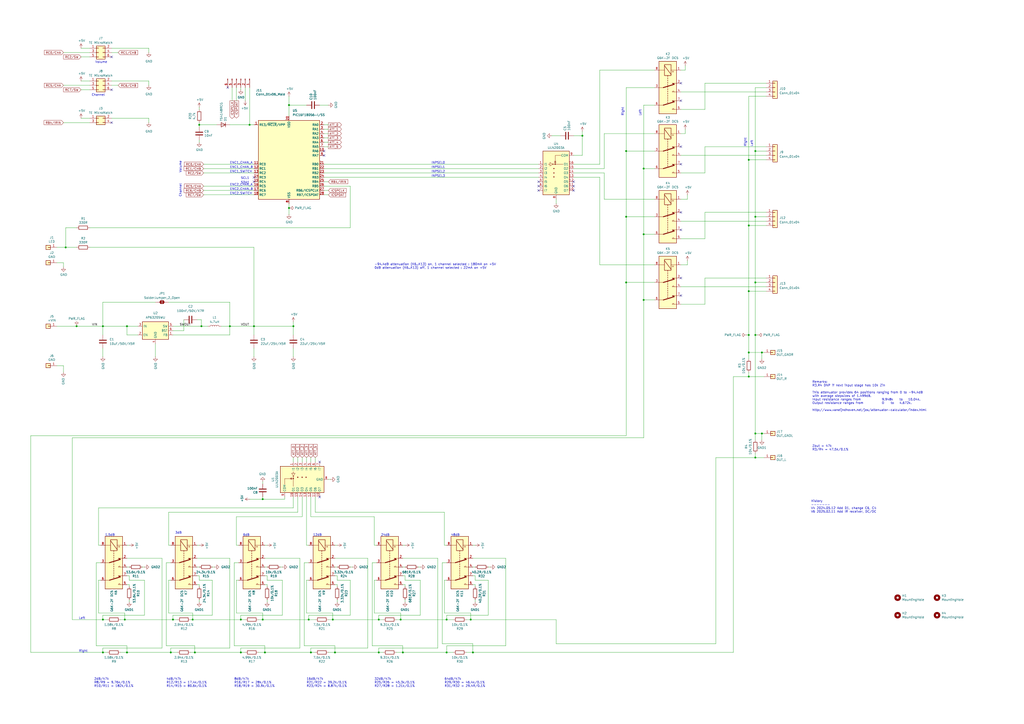
<source format=kicad_sch>
(kicad_sch (version 20231120) (generator "eeschema") (generator_version "8.0")
  (paper "A2")
  (title_block (title "Audio Input Selector with Attenuator V6 10k/47k") (date "2025-02-12") (rev "6") (comment 1 "https://github.com/schenkmi/electronic-projects"))
  (junction (at 438.15 87.63))
  (junction (at 438.15 125.73))
  (junction (at 434.34 218.44))
  (junction (at 434.34 194.31))
  (junction (at 139.7 359.41))
  (junction (at 167.64 60.96))
  (junction (at 153.67 378.46))
  (junction (at 233.68 378.46))
  (junction (at 144.78 72.39))
  (junction (at 139.7 378.46))
  (junction (at 438.15 265.43))
  (junction (at 152.4 289.56))
  (junction (at 113.03 378.46))
  (junction (at 373.38 173.99))
  (junction (at 232.41 359.41))
  (junction (at 116.84 189.23))
  (junction (at 179.07 359.41))
  (junction (at 363.22 163.83))
  (junction (at 44.45 189.23))
  (junction (at 59.69 378.46))
  (junction (at 72.39 359.41))
  (junction (at 147.32 189.23))
  (junction (at 259.08 359.41))
  (junction (at 259.08 378.46))
  (junction (at 438.15 163.83))
  (junction (at 434.34 92.71))
  (junction (at 152.4 359.41))
  (junction (at 99.06 378.46))
  (junction (at 441.96 204.47))
  (junction (at 59.69 189.23))
  (junction (at 434.34 204.47))
  (junction (at 167.64 120.65))
  (junction (at 363.22 87.63))
  (junction (at 100.33 359.41))
  (junction (at 170.18 189.23))
  (junction (at 194.31 378.46))
  (junction (at 111.76 359.41))
  (junction (at 273.05 359.41))
  (junction (at 73.66 378.46))
  (junction (at 193.04 359.41))
  (junction (at 434.34 130.81))
  (junction (at 363.22 125.73))
  (junction (at 38.1 143.51))
  (junction (at 441.96 251.46))
  (junction (at 373.38 97.79))
  (junction (at 438.15 251.46))
  (junction (at 373.38 135.89))
  (junction (at 59.69 359.41))
  (junction (at 180.34 378.46))
  (junction (at 337.82 78.74))
  (junction (at 115.57 72.39))
  (junction (at 219.71 359.41))
  (junction (at 274.32 378.46))
  (junction (at 438.15 194.31))
  (junction (at 73.66 189.23))
  (junction (at 434.34 168.91))
  (junction (at 133.35 189.23))
  (junction (at 219.71 378.46))
  (no_connect (at 312.42 107.95))
  (no_connect (at 187.96 87.63))
  (no_connect (at 187.96 90.17))
  (no_connect (at 394.97 133.35))
  (no_connect (at 394.97 171.45))
  (no_connect (at 64.77 33.02))
  (no_connect (at 332.74 107.95))
  (no_connect (at 64.77 52.07))
  (no_connect (at 394.97 48.26))
  (no_connect (at 185.42 288.29))
  (no_connect (at 394.97 58.42))
  (no_connect (at 147.32 105.41))
  (no_connect (at 147.32 102.87))
  (no_connect (at 312.42 110.49))
  (no_connect (at 332.74 110.49))
  (no_connect (at 394.97 85.09))
  (no_connect (at 394.97 95.25))
  (no_connect (at 332.74 105.41))
  (no_connect (at 394.97 161.29))
  (no_connect (at 185.42 267.97))
  (no_connect (at 312.42 105.41))
  (no_connect (at 394.97 123.19))
  (no_connect (at 132.08 50.8))
  (no_connect (at 64.77 71.12))
  (wire (pts (xy 73.66 328.93) (xy 74.93 328.93)))
  (wire (pts (xy 72.39 359.41) (xy 100.33 359.41)))
  (wire (pts (xy 147.32 189.23) (xy 170.18 189.23)))
  (wire (pts (xy 90.17 175.26) (xy 59.69 175.26)))
  (wire (pts (xy 72.39 355.6) (xy 72.39 359.41)))
  (wire (pts (xy 59.69 359.41) (xy 62.23 359.41)))
  (wire (pts (xy 180.34 265.43) (xy 180.34 267.97)))
  (wire (pts (xy 218.44 316.23) (xy 217.17 316.23)))
  (wire (pts (xy 190.5 378.46) (xy 194.31 378.46)))
  (wire (pts (xy 59.69 189.23) (xy 73.66 189.23)))
  (wire (pts (xy 187.96 102.87) (xy 312.42 102.87)))
  (wire (pts (xy 434.34 204.47) (xy 441.96 204.47)))
  (wire (pts (xy 139.7 375.92) (xy 139.7 378.46)))
  (wire (pts (xy 153.67 334.01) (xy 154.94 334.01)))
  (wire (pts (xy 434.34 218.44) (xy 443.23 218.44)))
  (wire (pts (xy 397.51 77.47) (xy 397.51 74.93)))
  (wire (pts (xy 233.68 378.46) (xy 259.08 378.46)))
  (wire (pts (xy 172.72 265.43) (xy 172.72 267.97)))
  (wire (pts (xy 177.8 60.96) (xy 167.64 60.96)))
  (wire (pts (xy 408.94 100.33) (xy 394.97 100.33)))
  (wire (pts (xy 363.22 125.73) (xy 363.22 87.63)))
  (wire (pts (xy 154.94 336.55) (xy 163.83 336.55)))
  (wire (pts (xy 213.36 323.85) (xy 213.36 375.92)))
  (wire (pts (xy 139.7 378.46) (xy 142.24 378.46)))
  (wire (pts (xy 434.34 55.88) (xy 434.34 92.71)))
  (wire (pts (xy 322.58 373.38) (xy 415.29 373.38)))
  (wire (pts (xy 55.88 326.39) (xy 55.88 374.65)))
  (wire (pts (xy 97.79 355.6) (xy 111.76 355.6)))
  (wire (pts (xy 438.15 194.31) (xy 438.15 251.46)))
  (wire (pts (xy 57.15 316.23) (xy 57.15 294.64)))
  (wire (pts (xy 86.36 27.94) (xy 86.36 30.48)))
  (wire (pts (xy 38.1 132.08) (xy 38.1 143.51)))
  (wire (pts (xy 73.66 374.65) (xy 73.66 378.46)))
  (wire (pts (xy 203.2 107.95) (xy 203.2 132.08)))
  (wire (pts (xy 149.86 359.41) (xy 152.4 359.41)))
  (wire (pts (xy 433.07 194.31) (xy 434.34 194.31)))
  (wire (pts (xy 73.66 194.31) (xy 73.66 189.23)))
  (wire (pts (xy 139.7 356.87) (xy 139.7 359.41)))
  (wire (pts (xy 123.19 328.93) (xy 124.46 328.93)))
  (wire (pts (xy 179.07 356.87) (xy 179.07 359.41)))
  (wire (pts (xy 217.17 316.23) (xy 217.17 299.72)))
  (wire (pts (xy 115.57 336.55) (xy 123.19 336.55)))
  (wire (pts (xy 215.9 374.65) (xy 233.68 374.65)))
  (wire (pts (xy 147.32 201.93) (xy 147.32 207.01)))
  (wire (pts (xy 293.37 374.65) (xy 259.08 374.65)))
  (wire (pts (xy 137.16 336.55) (xy 137.16 355.6)))
  (wire (pts (xy 274.32 373.38) (xy 274.32 378.46)))
  (wire (pts (xy 363.22 50.8) (xy 379.73 50.8)))
  (wire (pts (xy 408.94 85.09) (xy 408.94 100.33)))
  (wire (pts (xy 257.81 336.55) (xy 257.81 355.6)))
  (wire (pts (xy 434.34 204.47) (xy 434.34 208.28)))
  (wire (pts (xy 275.59 347.98) (xy 275.59 349.25)))
  (wire (pts (xy 444.5 161.29) (xy 408.94 161.29)))
  (wire (pts (xy 190.5 359.41) (xy 193.04 359.41)))
  (wire (pts (xy 373.38 173.99) (xy 373.38 135.89)))
  (wire (pts (xy 133.35 72.39) (xy 144.78 72.39)))
  (wire (pts (xy 270.51 378.46) (xy 274.32 378.46)))
  (wire (pts (xy 59.69 375.92) (xy 59.69 378.46)))
  (wire (pts (xy 332.74 95.25) (xy 347.98 95.25)))
  (wire (pts (xy 55.88 374.65) (xy 73.66 374.65)))
  (wire (pts (xy 170.18 265.43) (xy 170.18 267.97)))
  (wire (pts (xy 233.68 316.23) (xy 234.95 316.23)))
  (wire (pts (xy 93.98 375.92) (xy 59.69 375.92)))
  (wire (pts (xy 152.4 289.56) (xy 165.1 289.56)))
  (wire (pts (xy 96.52 374.65) (xy 113.03 374.65)))
  (wire (pts (xy 97.79 336.55) (xy 97.79 355.6)))
  (wire (pts (xy 116.84 185.42) (xy 116.84 189.23)))
  (wire (pts (xy 118.11 110.49) (xy 147.32 110.49)))
  (wire (pts (xy 213.36 375.92) (xy 180.34 375.92)))
  (wire (pts (xy 133.35 189.23) (xy 133.35 175.26)))
  (wire (pts (xy 59.69 356.87) (xy 59.69 359.41)))
  (wire (pts (xy 254 323.85) (xy 254 375.92)))
  (wire (pts (xy 97.79 316.23) (xy 99.06 316.23)))
  (wire (pts (xy 373.38 97.79) (xy 373.38 60.96)))
  (wire (pts (xy 332.74 90.17) (xy 337.82 90.17)))
  (wire (pts (xy 177.8 355.6) (xy 193.04 355.6)))
  (wire (pts (xy 408.94 138.43) (xy 394.97 138.43)))
  (wire (pts (xy 195.58 347.98) (xy 195.58 349.25)))
  (wire (pts (xy 425.45 218.44) (xy 425.45 378.46)))
  (wire (pts (xy 415.29 265.43) (xy 438.15 265.43)))
  (wire (pts (xy 74.93 336.55) (xy 83.82 336.55)))
  (wire (pts (xy 180.34 299.72) (xy 180.34 288.29)))
  (wire (pts (xy 83.82 336.55) (xy 83.82 356.87)))
  (wire (pts (xy 273.05 359.41) (xy 322.58 359.41)))
  (wire (pts (xy 187.96 95.25) (xy 312.42 95.25)))
  (wire (pts (xy 179.07 316.23) (xy 177.8 316.23)))
  (wire (pts (xy 444.5 163.83) (xy 438.15 163.83)))
  (wire (pts (xy 194.31 378.46) (xy 219.71 378.46)))
  (wire (pts (xy 17.78 252.73) (xy 363.22 252.73)))
  (wire (pts (xy 195.58 336.55) (xy 203.2 336.55)))
  (wire (pts (xy 363.22 125.73) (xy 379.73 125.73)))
  (wire (pts (xy 274.32 316.23) (xy 275.59 316.23)))
  (wire (pts (xy 441.96 251.46) (xy 441.96 255.27)))
  (wire (pts (xy 115.57 340.36) (xy 115.57 339.09)))
  (wire (pts (xy 137.16 50.8) (xy 137.16 58.42)))
  (wire (pts (xy 73.66 334.01) (xy 74.93 334.01)))
  (wire (pts (xy 59.69 175.26) (xy 59.69 189.23)))
  (wire (pts (xy 203.2 336.55) (xy 203.2 356.87)))
  (wire (pts (xy 257.81 316.23) (xy 257.81 297.18)))
  (wire (pts (xy 175.26 265.43) (xy 175.26 267.97)))
  (wire (pts (xy 138.43 326.39) (xy 135.89 326.39)))
  (wire (pts (xy 182.88 297.18) (xy 182.88 288.29)))
  (wire (pts (xy 147.32 143.51) (xy 147.32 189.23)))
  (wire (pts (xy 332.74 100.33) (xy 350.52 100.33)))
  (wire (pts (xy 38.1 143.51) (xy 44.45 143.51)))
  (wire (pts (xy 218.44 336.55) (xy 217.17 336.55)))
  (wire (pts (xy 219.71 359.41) (xy 222.25 359.41)))
  (wire (pts (xy 337.82 78.74) (xy 337.82 90.17)))
  (wire (pts (xy 154.94 340.36) (xy 154.94 339.09)))
  (wire (pts (xy 438.15 87.63) (xy 438.15 125.73)))
  (wire (pts (xy 175.26 299.72) (xy 137.16 299.72)))
  (wire (pts (xy 133.35 194.31) (xy 133.35 189.23)))
  (wire (pts (xy 111.76 355.6) (xy 111.76 359.41)))
  (wire (pts (xy 234.95 334.01) (xy 234.95 336.55)))
  (wire (pts (xy 153.67 378.46) (xy 180.34 378.46)))
  (wire (pts (xy 218.44 326.39) (xy 215.9 326.39)))
  (wire (pts (xy 110.49 359.41) (xy 111.76 359.41)))
  (wire (pts (xy 152.4 359.41) (xy 179.07 359.41)))
  (wire (pts (xy 74.93 334.01) (xy 74.93 336.55)))
  (wire (pts (xy 233.68 328.93) (xy 234.95 328.93)))
  (wire (pts (xy 347.98 102.87) (xy 347.98 153.67)))
  (wire (pts (xy 46.99 33.02) (xy 52.07 33.02)))
  (wire (pts (xy 69.85 359.41) (xy 72.39 359.41)))
  (wire (pts (xy 170.18 294.64) (xy 170.18 288.29)))
  (wire (pts (xy 259.08 374.65) (xy 259.08 378.46)))
  (wire (pts (xy 165.1 288.29) (xy 165.1 289.56)))
  (wire (pts (xy 441.96 251.46) (xy 443.23 251.46)))
  (wire (pts (xy 41.91 254) (xy 373.38 254)))
  (wire (pts (xy 444.5 166.37) (xy 394.97 166.37)))
  (wire (pts (xy 177.8 265.43) (xy 177.8 267.97)))
  (wire (pts (xy 59.69 201.93) (xy 59.69 207.01)))
  (wire (pts (xy 123.19 356.87) (xy 100.33 356.87)))
  (wire (pts (xy 152.4 355.6) (xy 152.4 359.41)))
  (wire (pts (xy 415.29 373.38) (xy 415.29 265.43)))
  (wire (pts (xy 434.34 215.9) (xy 434.34 218.44)))
  (wire (pts (xy 438.15 50.8) (xy 438.15 87.63)))
  (wire (pts (xy 74.93 347.98) (xy 74.93 349.25)))
  (wire (pts (xy 113.03 374.65) (xy 113.03 378.46)))
  (wire (pts (xy 177.8 316.23) (xy 177.8 288.29)))
  (wire (pts (xy 144.78 50.8) (xy 144.78 72.39)))
  (wire (pts (xy 275.59 339.09) (xy 274.32 339.09)))
  (wire (pts (xy 182.88 265.43) (xy 182.88 267.97)))
  (wire (pts (xy 100.33 191.77) (xy 106.68 191.77)))
  (wire (pts (xy 123.19 336.55) (xy 123.19 356.87)))
  (wire (pts (xy 114.3 334.01) (xy 115.57 334.01)))
  (wire (pts (xy 203.2 328.93) (xy 204.47 328.93)))
  (wire (pts (xy 187.96 82.55) (xy 190.5 82.55)))
  (wire (pts (xy 135.89 374.65) (xy 153.67 374.65)))
  (wire (pts (xy 153.67 316.23) (xy 154.94 316.23)))
  (wire (pts (xy 438.15 194.31) (xy 439.42 194.31)))
  (wire (pts (xy 350.52 115.57) (xy 379.73 115.57)))
  (wire (pts (xy 69.85 378.46) (xy 73.66 378.46)))
  (wire (pts (xy 46.99 68.58) (xy 52.07 68.58)))
  (wire (pts (xy 444.5 48.26) (xy 408.94 48.26)))
  (wire (pts (xy 114.3 185.42) (xy 116.84 185.42)))
  (wire (pts (xy 193.04 359.41) (xy 219.71 359.41)))
  (wire (pts (xy 73.66 378.46) (xy 99.06 378.46)))
  (wire (pts (xy 193.04 355.6) (xy 193.04 359.41)))
  (wire (pts (xy 64.77 49.53) (xy 68.58 49.53)))
  (wire (pts (xy 234.95 347.98) (xy 234.95 349.25)))
  (wire (pts (xy 275.59 334.01) (xy 275.59 336.55)))
  (wire (pts (xy 133.35 323.85) (xy 133.35 375.92)))
  (wire (pts (xy 153.67 323.85) (xy 173.99 323.85)))
  (wire (pts (xy 194.31 374.65) (xy 194.31 378.46)))
  (wire (pts (xy 59.69 189.23) (xy 59.69 194.31)))
  (wire (pts (xy 379.73 173.99) (xy 373.38 173.99)))
  (wire (pts (xy 194.31 316.23) (xy 195.58 316.23)))
  (wire (pts (xy 142.24 50.8) (xy 142.24 58.42)))
  (wire (pts (xy 59.69 378.46) (xy 62.23 378.46)))
  (wire (pts (xy 73.66 323.85) (xy 93.98 323.85)))
  (wire (pts (xy 438.15 262.89) (xy 438.15 265.43)))
  (wire (pts (xy 194.31 323.85) (xy 213.36 323.85)))
  (wire (pts (xy 203.2 356.87) (xy 179.07 356.87)))
  (wire (pts (xy 118.11 100.33) (xy 147.32 100.33)))
  (wire (pts (xy 163.83 356.87) (xy 139.7 356.87)))
  (wire (pts (xy 373.38 254) (xy 373.38 173.99)))
  (wire (pts (xy 259.08 326.39) (xy 256.54 326.39)))
  (wire (pts (xy 332.74 78.74) (xy 337.82 78.74)))
  (wire (pts (xy 149.86 378.46) (xy 153.67 378.46)))
  (wire (pts (xy 350.52 97.79) (xy 350.52 77.47)))
  (wire (pts (xy 441.96 204.47) (xy 443.23 204.47)))
  (wire (pts (xy 229.87 359.41) (xy 232.41 359.41)))
  (wire (pts (xy 100.33 356.87) (xy 100.33 359.41)))
  (wire (pts (xy 187.96 85.09) (xy 190.5 85.09)))
  (wire (pts (xy 154.94 347.98) (xy 154.94 349.25)))
  (wire (pts (xy 219.71 375.92) (xy 254 375.92)))
  (wire (pts (xy 96.52 326.39) (xy 96.52 374.65)))
  (wire (pts (xy 36.83 71.12) (xy 52.07 71.12)))
  (wire (pts (xy 394.97 77.47) (xy 397.51 77.47)))
  (wire (pts (xy 167.64 55.88) (xy 167.64 60.96)))
  (wire (pts (xy 74.93 340.36) (xy 74.93 339.09)))
  (wire (pts (xy 434.34 130.81) (xy 434.34 168.91)))
  (wire (pts (xy 274.32 334.01) (xy 275.59 334.01)))
  (wire (pts (xy 194.31 328.93) (xy 195.58 328.93)))
  (wire (pts (xy 187.96 80.01) (xy 190.5 80.01)))
  (wire (pts (xy 110.49 378.46) (xy 113.03 378.46)))
  (wire (pts (xy 170.18 194.31) (xy 170.18 189.23)))
  (wire (pts (xy 58.42 336.55) (xy 57.15 336.55)))
  (wire (pts (xy 33.02 143.51) (xy 38.1 143.51)))
  (wire (pts (xy 57.15 355.6) (xy 72.39 355.6)))
  (wire (pts (xy 257.81 355.6) (xy 273.05 355.6)))
  (wire (pts (xy 270.51 359.41) (xy 273.05 359.41)))
  (wire (pts (xy 115.57 72.39) (xy 115.57 71.12)))
  (wire (pts (xy 408.94 63.5) (xy 394.97 63.5)))
  (wire (pts (xy 444.5 128.27) (xy 394.97 128.27)))
  (wire (pts (xy 444.5 130.81) (xy 434.34 130.81)))
  (wire (pts (xy 106.68 191.77) (xy 106.68 185.42)))
  (wire (pts (xy 133.35 375.92) (xy 99.06 375.92)))
  (wire (pts (xy 274.32 378.46) (xy 425.45 378.46)))
  (wire (pts (xy 167.64 124.46) (xy 167.64 120.65)))
  (wire (pts (xy 133.35 189.23) (xy 128.27 189.23)))
  (wire (pts (xy 187.96 72.39) (xy 190.5 72.39)))
  (wire (pts (xy 64.77 68.58) (xy 86.36 68.58)))
  (wire (pts (xy 363.22 163.83) (xy 363.22 252.73)))
  (wire (pts (xy 36.83 154.94) (xy 36.83 152.4)))
  (wire (pts (xy 139.7 359.41) (xy 142.24 359.41)))
  (wire (pts (xy 176.53 326.39) (xy 176.53 374.65)))
  (wire (pts (xy 273.05 355.6) (xy 273.05 359.41)))
  (wire (pts (xy 144.78 72.39) (xy 147.32 72.39)))
  (wire (pts (xy 41.91 359.41) (xy 41.91 254)))
  (wire (pts (xy 64.77 46.99) (xy 86.36 46.99)))
  (wire (pts (xy 163.83 336.55) (xy 163.83 356.87)))
  (wire (pts (xy 408.94 176.53) (xy 394.97 176.53)))
  (wire (pts (xy 408.94 161.29) (xy 408.94 176.53)))
  (wire (pts (xy 99.06 326.39) (xy 96.52 326.39)))
  (wire (pts (xy 170.18 186.69) (xy 170.18 189.23)))
  (wire (pts (xy 398.78 115.57) (xy 398.78 113.03)))
  (wire (pts (xy 100.33 189.23) (xy 116.84 189.23)))
  (wire (pts (xy 332.74 97.79) (xy 350.52 97.79)))
  (wire (pts (xy 434.34 92.71) (xy 444.5 92.71)))
  (wire (pts (xy 243.84 356.87) (xy 219.71 356.87)))
  (wire (pts (xy 283.21 336.55) (xy 283.21 356.87)))
  (wire (pts (xy 170.18 201.93) (xy 170.18 207.01)))
  (wire (pts (xy 363.22 87.63) (xy 363.22 50.8)))
  (wire (pts (xy 408.94 48.26) (xy 408.94 63.5)))
  (wire (pts (xy 113.03 378.46) (xy 139.7 378.46)))
  (wire (pts (xy 133.35 189.23) (xy 147.32 189.23)))
  (wire (pts (xy 219.71 356.87) (xy 219.71 359.41)))
  (wire (pts (xy 332.74 102.87) (xy 347.98 102.87)))
  (wire (pts (xy 363.22 163.83) (xy 363.22 125.73)))
  (wire (pts (xy 425.45 218.44) (xy 434.34 218.44)))
  (wire (pts (xy 232.41 359.41) (xy 259.08 359.41)))
  (wire (pts (xy 394.97 40.64) (xy 397.51 40.64)))
  (wire (pts (xy 83.82 356.87) (xy 59.69 356.87)))
  (wire (pts (xy 259.08 356.87) (xy 259.08 359.41)))
  (wire (pts (xy 438.15 87.63) (xy 444.5 87.63)))
  (wire (pts (xy 187.96 100.33) (xy 312.42 100.33)))
  (wire (pts (xy 154.94 339.09) (xy 153.67 339.09)))
  (wire (pts (xy 379.73 163.83) (xy 363.22 163.83)))
  (wire (pts (xy 215.9 326.39) (xy 215.9 374.65)))
  (wire (pts (xy 115.57 334.01) (xy 115.57 336.55)))
  (wire (pts (xy 347.98 153.67) (xy 379.73 153.67)))
  (wire (pts (xy 256.54 326.39) (xy 256.54 373.38)))
  (wire (pts (xy 52.07 143.51) (xy 147.32 143.51)))
  (wire (pts (xy 187.96 97.79) (xy 312.42 97.79)))
  (wire (pts (xy 322.58 118.11) (xy 322.58 115.57)))
  (wire (pts (xy 187.96 113.03) (xy 190.5 113.03)))
  (wire (pts (xy 17.78 378.46) (xy 59.69 378.46)))
  (wire (pts (xy 137.16 355.6) (xy 152.4 355.6)))
  (wire (pts (xy 115.57 347.98) (xy 115.57 349.25)))
  (wire (pts (xy 167.64 120.65) (xy 167.64 118.11)))
  (wire (pts (xy 99.06 375.92) (xy 99.06 378.46)))
  (wire (pts (xy 176.53 374.65) (xy 194.31 374.65)))
  (wire (pts (xy 116.84 189.23) (xy 120.65 189.23)))
  (wire (pts (xy 179.07 336.55) (xy 177.8 336.55)))
  (wire (pts (xy 57.15 294.64) (xy 170.18 294.64)))
  (wire (pts (xy 293.37 323.85) (xy 293.37 374.65)))
  (wire (pts (xy 283.21 356.87) (xy 259.08 356.87)))
  (wire (pts (xy 80.01 194.31) (xy 73.66 194.31)))
  (wire (pts (xy 172.72 297.18) (xy 97.79 297.18)))
  (wire (pts (xy 187.96 105.41) (xy 190.5 105.41)))
  (wire (pts (xy 185.42 60.96) (xy 190.5 60.96)))
  (wire (pts (xy 82.55 328.93) (xy 83.82 328.93)))
  (wire (pts (xy 46.99 46.99) (xy 52.07 46.99)))
  (wire (pts (xy 234.95 340.36) (xy 234.95 339.09)))
  (wire (pts (xy 154.94 334.01) (xy 154.94 336.55)))
  (wire (pts (xy 373.38 135.89) (xy 373.38 97.79)))
  (wire (pts (xy 394.97 53.34) (xy 444.5 53.34)))
  (wire (pts (xy 179.07 359.41) (xy 182.88 359.41)))
  (wire (pts (xy 111.76 359.41) (xy 139.7 359.41)))
  (wire (pts (xy 187.96 107.95) (xy 203.2 107.95)))
  (wire (pts (xy 17.78 252.73) (xy 17.78 378.46)))
  (wire (pts (xy 133.35 175.26) (xy 97.79 175.26)))
  (wire (pts (xy 90.17 199.39) (xy 90.17 207.01)))
  (wire (pts (xy 259.08 378.46) (xy 262.89 378.46)))
  (wire (pts (xy 180.34 375.92) (xy 180.34 378.46)))
  (wire (pts (xy 320.04 78.74) (xy 325.12 78.74)))
  (wire (pts (xy 195.58 340.36) (xy 195.58 339.09)))
  (wire (pts (xy 137.16 299.72) (xy 137.16 316.23)))
  (wire (pts (xy 232.41 355.6) (xy 232.41 359.41)))
  (wire (pts (xy 394.97 115.57) (xy 398.78 115.57)))
  (wire (pts (xy 115.57 339.09) (xy 114.3 339.09)))
  (wire (pts (xy 233.68 334.01) (xy 234.95 334.01)))
  (wire (pts (xy 125.73 72.39) (xy 115.57 72.39)))
  (wire (pts (xy 114.3 323.85) (xy 133.35 323.85)))
  (wire (pts (xy 58.42 316.23) (xy 57.15 316.23)))
  (wire (pts (xy 243.84 336.55) (xy 243.84 356.87)))
  (wire (pts (xy 438.15 251.46) (xy 438.15 255.27)))
  (wire (pts (xy 190.5 278.13) (xy 191.77 278.13)))
  (wire (pts (xy 74.93 339.09) (xy 73.66 339.09)))
  (wire (pts (xy 438.15 163.83) (xy 438.15 194.31)))
  (wire (pts (xy 217.17 355.6) (xy 232.41 355.6)))
  (wire (pts (xy 322.58 359.41) (xy 322.58 373.38)))
  (wire (pts (xy 152.4 279.4) (xy 152.4 280.67)))
  (wire (pts (xy 100.33 194.31) (xy 133.35 194.31)))
  (wire (pts (xy 118.11 95.25) (xy 147.32 95.25)))
  (wire (pts (xy 115.57 73.66) (xy 115.57 72.39)))
  (wire (pts (xy 118.11 97.79) (xy 147.32 97.79)))
  (wire (pts (xy 373.38 60.96) (xy 379.73 60.96)))
  (wire (pts (xy 33.02 189.23) (xy 44.45 189.23)))
  (wire (pts (xy 152.4 288.29) (xy 152.4 289.56)))
  (wire (pts (xy 233.68 323.85) (xy 254 323.85)))
  (wire (pts (xy 363.22 87.63) (xy 379.73 87.63)))
  (wire (pts (xy 408.94 123.19) (xy 408.94 138.43)))
  (wire (pts (xy 187.96 110.49) (xy 190.5 110.49)))
  (wire (pts (xy 434.34 168.91) (xy 434.34 194.31)))
  (wire (pts (xy 441.96 204.47) (xy 441.96 208.28)))
  (wire (pts (xy 347.98 40.64) (xy 347.98 95.25)))
  (wire (pts (xy 219.71 378.46) (xy 219.71 375.92)))
  (wire (pts (xy 172.72 288.29) (xy 172.72 297.18)))
  (wire (pts (xy 242.57 328.93) (xy 243.84 328.93)))
  (wire (pts (xy 36.83 215.9) (xy 36.83 212.09)))
  (wire (pts (xy 64.77 27.94) (xy 86.36 27.94)))
  (wire (pts (xy 350.52 77.47) (xy 379.73 77.47)))
  (wire (pts (xy 398.78 153.67) (xy 398.78 151.13)))
  (wire (pts (xy 256.54 373.38) (xy 274.32 373.38)))
  (wire (pts (xy 187.96 74.93) (xy 190.5 74.93)))
  (wire (pts (xy 93.98 323.85) (xy 93.98 375.92)))
  (wire (pts (xy 175.26 288.29) (xy 175.26 299.72)))
  (wire (pts (xy 115.57 82.55) (xy 115.57 81.28)))
  (wire (pts (xy 217.17 299.72) (xy 180.34 299.72)))
  (wire (pts (xy 274.32 323.85) (xy 293.37 323.85)))
  (wire (pts (xy 144.78 289.56) (xy 152.4 289.56)))
  (wire (pts (xy 434.34 55.88) (xy 444.5 55.88)))
  (wire (pts (xy 58.42 326.39) (xy 55.88 326.39)))
  (wire (pts (xy 57.15 336.55) (xy 57.15 355.6)))
  (wire (pts (xy 337.82 76.2) (xy 337.82 78.74)))
  (wire (pts (xy 173.99 375.92) (xy 139.7 375.92)))
  (wire (pts (xy 234.95 336.55) (xy 243.84 336.55)))
  (wire (pts (xy 86.36 68.58) (xy 86.36 71.12)))
  (wire (pts (xy 259.08 336.55) (xy 257.81 336.55)))
  (wire (pts (xy 444.5 85.09) (xy 408.94 85.09)))
  (wire (pts (xy 177.8 336.55) (xy 177.8 355.6)))
  (wire (pts (xy 397.51 40.64) (xy 397.51 38.1)))
  (wire (pts (xy 434.34 168.91) (xy 444.5 168.91)))
  (wire (pts (xy 137.16 316.23) (xy 138.43 316.23)))
  (wire (pts (xy 118.11 113.03) (xy 147.32 113.03)))
  (wire (pts (xy 114.3 316.23) (xy 115.57 316.23)))
  (wire (pts (xy 73.66 316.23) (xy 74.93 316.23)))
  (wire (pts (xy 347.98 40.64) (xy 379.73 40.64)))
  (wire (pts (xy 234.95 339.09) (xy 233.68 339.09)))
  (wire (pts (xy 180.34 378.46) (xy 182.88 378.46)))
  (wire (pts (xy 373.38 135.89) (xy 379.73 135.89)))
  (wire (pts (xy 173.99 323.85) (xy 173.99 375.92)))
  (wire (pts (xy 195.58 334.01) (xy 195.58 336.55)))
  (wire (pts (xy 99.06 378.46) (xy 102.87 378.46)))
  (wire (pts (xy 434.34 92.71) (xy 434.34 130.81)))
  (wire (pts (xy 36.83 49.53) (xy 52.07 49.53)))
  (wire (pts (xy 138.43 336.55) (xy 137.16 336.55)))
  (wire (pts (xy 52.07 132.08) (xy 203.2 132.08)))
  (wire (pts (xy 179.07 326.39) (xy 176.53 326.39)))
  (wire (pts (xy 147.32 189.23) (xy 147.32 194.31)))
  (wire (pts (xy 99.06 336.55) (xy 97.79 336.55)))
  (wire (pts (xy 36.83 30.48) (xy 52.07 30.48)))
  (wire (pts (xy 438.15 251.46) (xy 441.96 251.46)))
  (wire (pts (xy 100.33 359.41) (xy 102.87 359.41)))
  (wire (pts (xy 373.38 97.79) (xy 379.73 97.79)))
  (wire (pts (xy 36.83 152.4) (xy 33.02 152.4)))
  (wire (pts (xy 118.11 107.95) (xy 147.32 107.95)))
  (wire (pts (xy 259.08 359.41) (xy 262.89 359.41)))
  (wire (pts (xy 114.3 328.93) (xy 115.57 328.93)))
  (wire (pts (xy 153.67 328.93) (xy 154.94 328.93)))
  (wire (pts (xy 97.79 297.18) (xy 97.79 316.23)))
  (wire (pts (xy 434.34 194.31) (xy 434.34 204.47)))
  (wire (pts (xy 274.32 328.93) (xy 275.59 328.93)))
  (wire (pts (xy 167.64 60.96) (xy 167.64 67.31)))
  (wire (pts (xy 444.5 123.19) (xy 408.94 123.19)))
  (wire (pts (xy 195.58 339.09) (xy 194.31 339.09)))
  (wire (pts (xy 217.17 336.55) (xy 217.17 355.6)))
  (wire (pts (xy 86.36 46.99) (xy 86.36 49.53)))
  (wire (pts (xy 44.45 132.08) (xy 38.1 132.08)))
  (wire (pts (xy 438.15 125.73) (xy 438.15 163.83)))
  (wire (pts (xy 73.66 189.23) (xy 80.01 189.23)))
  (wire (pts (xy 41.91 359.41) (xy 59.69 359.41)))
  (wire (pts (xy 187.96 77.47) (xy 190.5 77.47)))
  (wire (pts (xy 394.97 153.67) (xy 398.78 153.67)))
  (wire (pts (xy 444.5 50.8) (xy 438.15 50.8)))
  (wire (pts (xy 438.15 265.43) (xy 443.23 265.43)))
  (wire (pts (xy 350.52 100.33) (xy 350.52 115.57)))
  (wire (pts (xy 162.56 328.93) (xy 163.83 328.93)))
  (wire (pts (xy 275.59 340.36) (xy 275.59 339.09)))
  (wire (pts (xy 135.89 326.39) (xy 135.89 374.65)))
  (wire (pts (xy 444.5 90.17) (xy 394.97 90.17)))
  (wire (pts (xy 115.57 63.5) (xy 115.57 62.23)))
  (wire (pts (xy 33.02 212.09) (xy 36.83 212.09)))
  (wire (pts (xy 283.21 328.93) (xy 284.48 328.93)))
  (wire (pts (xy 219.71 378.46) (xy 222.25 378.46)))
  (wire (pts (xy 438.15 125.73) (xy 444.5 125.73)))
  (wire (pts (xy 257.81 297.18) (xy 182.88 297.18)))
  (wire (pts (xy 233.68 374.65) (xy 233.68 378.46)))
  (wire (pts (xy 194.31 334.01) (xy 195.58 334.01)))
  (wire (pts (xy 64.77 30.48) (xy 68.58 30.48)))
  (wire (pts (xy 46.99 52.07) (xy 52.07 52.07)))
  (wire (pts (xy 153.67 374.65) (xy 153.67 378.46)))
  (wire (pts (xy 229.87 378.46) (xy 233.68 378.46)))
  (wire (pts (xy 259.08 316.23) (xy 257.81 316.23)))
  (wire (pts (xy 46.99 27.94) (xy 52.07 27.94)))
  (wire (pts (xy 134.62 50.8) (xy 134.62 58.42)))
  (wire (pts (xy 139.7 50.8) (xy 139.7 52.07)))
  (wire (pts (xy 275.59 336.55) (xy 283.21 336.55)))
  (wire (pts (xy 44.45 189.23) (xy 59.69 189.23)))
  (text "Right" (at 45.72 378.46 0) (effects (font (size 1.27 1.27)) (justify left bottom)))
  (text "6dB" (at 140.97 311.15 0) (effects (font (size 1.27 1.27)) (justify left bottom)))
  (text "24dB" (at 220.98 311.15 0) (effects (font (size 1.27 1.27)) (justify left bottom)))
  (text "32dB/47k\nR25/R26 = 45.3k/0.1%\nR27/R28 = 1.21k/0.1%" (at 217.17 398.78 0) (effects (font (size 1.27 1.27)) (justify left bottom)))
  (text "INPSEL3" (at 250.19 102.87 0) (effects (font (size 1.27 1.27)) (justify left bottom)))
  (text "SCL1" (at 139.7 104.14 0) (effects (font (size 1.27 1.27)) (justify left bottom)))
  (text "History\n-------\nV4 2024.05.12 Add D1, change C6, C4\nV6 2025.02.11 Add IR receiver, DC/DC" (at 470.408 293.878 0) (effects (font (size 1.27 1.27)) (justify left)))
  (text "ENC2_CHAN_A" (at 133.35 107.95 0) (effects (font (size 1.27 1.27)) (justify left bottom)))
  (text "Channel" (at 105.41 114.3 90) (effects (font (size 1.27 1.27)) (justify left bottom)))
  (text "8dB/47k\nR16/R17 = 28k/0.1%\nR18/R19 = 30.9k/0.1%" (at 135.89 398.78 0) (effects (font (size 1.27 1.27)) (justify left bottom)))
  (text "Left" (at 372.11 67.31 90) (effects (font (size 1.27 1.27)) (justify left bottom)))
  (text "3dB" (at 101.6 309.88 0) (effects (font (size 1.27 1.27)) (justify left bottom)))
  (text "ENC2_SWITCH" (at 133.35 113.03 0) (effects (font (size 1.27 1.27)) (justify left bottom)))
  (text "12dB" (at 181.61 311.15 0) (effects (font (size 1.27 1.27)) (justify left bottom)))
  (text "ENC1_SWITCH" (at 133.35 100.33 0) (effects (font (size 1.27 1.27)) (justify left bottom)))
  (text "SDA1" (at 139.7 106.68 0) (effects (font (size 1.27 1.27)) (justify left bottom)))
  (text "INPSEL0" (at 250.19 95.25 0) (effects (font (size 1.27 1.27)) (justify left bottom)))
  (text "ENC1_CHAN_A" (at 133.35 95.25 0) (effects (font (size 1.27 1.27)) (justify left bottom)))
  (text "2dB/47k\nR8/R9 = 9.76k/0.1%\nR10/R11 = 182k/0.1%" (at 54.61 398.78 0) (effects (font (size 1.27 1.27)) (justify left bottom)))
  (text "Right" (at 361.95 67.31 90) (effects (font (size 1.27 1.27)) (justify left bottom)))
  (text "16dB/47k\nR21/R22 = 39.2k/0.1%\nR23/R24 = 8.87k/0.1%" (at 177.8 398.78 0) (effects (font (size 1.27 1.27)) (justify left bottom)))
  (text "4dB/47k\nR12/R13 = 17.4k/0.1%\nR14/R15 = 80.6k/0.1%" (at 96.52 398.78 0) (effects (font (size 1.27 1.27)) (justify left bottom)))
  (text "64dB/47k\nR29/R30 = 46.4k/0.1%\nR31/R32 = 29.4R/0.1%" (at 257.81 398.78 0) (effects (font (size 1.27 1.27)) (justify left bottom)))
  (text "Remarks:\nR3,R4 DNP if next input stage has 10k Zin\n\nThis attenuator provides 64 positions ranging from 0 to -94.4dB\nwith average stepsizes of 1.499dB.\nInput resistance ranges from	9.948k	to	10.04k.\nOutput resistance ranges from	0	to	4.672k.\n\nhttp://www.vaneijndhoven.net/jos/attenuator-calculator/index.html\n" (at 471.17 238.76 0) (effects (font (size 1.27 1.27)) (justify left bottom)))
  (text "Right" (at 433.07 85.09 90) (effects (font (size 1.27 1.27)) (justify left bottom)))
  (text "Left" (at 436.88 85.09 90) (effects (font (size 1.27 1.27)) (justify left bottom)))
  (text "1.5dB" (at 60.96 311.15 0) (effects (font (size 1.27 1.27)) (justify left bottom)))
  (text "Left" (at 45.72 359.41 0) (effects (font (size 1.27 1.27)) (justify left bottom)))
  (text "Channel" (at 60.96 55.88 0) (effects (font (size 1.27 1.27)) (justify right bottom)))
  (text "ENC1_CHAN_B" (at 133.35 97.79 0) (effects (font (size 1.27 1.27)) (justify left bottom)))
  (text "48dB" (at 261.62 311.15 0) (effects (font (size 1.27 1.27)) (justify left bottom)))
  (text "Volume" (at 62.23 36.83 0) (effects (font (size 1.27 1.27)) (justify right bottom)))
  (text "-94.4dB attenuation (K6..K13) on, 1 channel selected : 180mA on +5V\n0dB attenuation (K6..K13) off, 1 channel selected : 22mA on +5V" (at 217.17 156.21 0) (effects (font (size 1.27 1.27)) (justify left bottom)))
  (text "ENC2_CHAN_B" (at 133.35 110.49 0) (effects (font (size 1.27 1.27)) (justify left bottom)))
  (text "INPSEL1" (at 250.19 97.79 0) (effects (font (size 1.27 1.27)) (justify left bottom)))
  (text "Volume" (at 105.41 100.33 90) (effects (font (size 1.27 1.27)) (justify left bottom)))
  (text "INPSEL2" (at 250.19 100.33 0) (effects (font (size 1.27 1.27)) (justify left bottom)))
  (text "Zout = 47k\nR3/R4 = 47.5k/0.1%" (at 471.17 261.62 0) (effects (font (size 1.27 1.27)) (justify left bottom)))
  (label "VOUT" (at 139.7 189.23 0))
  (label "VIN" (at 53.34 189.23 0))
  (label "SWOUT" (at 104.14 189.23 0))
  (global_label "ATT_2" (shape input) (at 175.26 265.43 90) (property "Intersheetrefs" "${INTERSHEET_REFS}" (effects (hide yes))))
  (global_label "ATT_1" (shape input) (at 172.72 265.43 90) (property "Intersheetrefs" "${INTERSHEET_REFS}" (effects (hide yes))))
  (global_label "ICSPDAT" (shape output) (at 137.16 58.42 270) (property "Intersheetrefs" "${INTERSHEET_REFS}" (effects (hide yes))))
  (global_label "RC0{slash}CHA" (shape input) (at 36.83 30.48 180) (property "Intersheetrefs" "${INTERSHEET_REFS}" (effects (hide yes))))
  (global_label "RC2{slash}SW" (shape input) (at 118.11 100.33 180) (property "Intersheetrefs" "${INTERSHEET_REFS}" (effects (hide yes))))
  (global_label "ATT_0" (shape output) (at 190.5 72.39 0) (property "Intersheetrefs" "${INTERSHEET_REFS}" (effects (hide yes))))
  (global_label "RC7{slash}SW" (shape input) (at 46.99 52.07 180) (property "Intersheetrefs" "${INTERSHEET_REFS}" (effects (hide yes))))
  (global_label "ATT_3" (shape output) (at 190.5 80.01 0) (property "Intersheetrefs" "${INTERSHEET_REFS}" (effects (hide yes))))
  (global_label "RC6{slash}CHB" (shape input) (at 68.58 49.53 0) (property "Intersheetrefs" "${INTERSHEET_REFS}" (effects (hide yes))))
  (global_label "RC7{slash}SW" (shape input) (at 118.11 113.03 180) (property "Intersheetrefs" "${INTERSHEET_REFS}" (effects (hide yes))))
  (global_label "RC6{slash}CHB" (shape input) (at 118.11 110.49 180) (property "Intersheetrefs" "${INTERSHEET_REFS}" (effects (hide yes))))
  (global_label "RC5{slash}CHA" (shape input) (at 36.83 49.53 180) (property "Intersheetrefs" "${INTERSHEET_REFS}" (effects (hide yes))))
  (global_label "RB4{slash}IRIN" (shape input) (at 190.5 105.41 0) (property "Intersheetrefs" "${INTERSHEET_REFS}" (effects (hide yes))))
  (global_label "ATT_5" (shape output) (at 190.5 85.09 0) (property "Intersheetrefs" "${INTERSHEET_REFS}" (effects (hide yes))))
  (global_label "RC0{slash}CHA" (shape input) (at 118.11 95.25 180) (property "Intersheetrefs" "${INTERSHEET_REFS}" (effects (hide yes))))
  (global_label "ATT_0" (shape input) (at 170.18 265.43 90) (property "Intersheetrefs" "${INTERSHEET_REFS}" (effects (hide yes))))
  (global_label "ICSPDAT" (shape input) (at 190.5 113.03 0) (property "Intersheetrefs" "${INTERSHEET_REFS}" (effects (hide yes))))
  (global_label "ATT_5" (shape input) (at 182.88 265.43 90) (property "Intersheetrefs" "${INTERSHEET_REFS}" (effects (hide yes))))
  (global_label "ICSPCLK" (shape input) (at 190.5 110.49 0) (property "Intersheetrefs" "${INTERSHEET_REFS}" (effects (hide yes))))
  (global_label "ATT_4" (shape output) (at 190.5 82.55 0) (property "Intersheetrefs" "${INTERSHEET_REFS}" (effects (hide yes))))
  (global_label "RC2{slash}SW" (shape input) (at 46.99 33.02 180) (property "Intersheetrefs" "${INTERSHEET_REFS}" (effects (hide yes))))
  (global_label "ATT_1" (shape output) (at 190.5 74.93 0) (property "Intersheetrefs" "${INTERSHEET_REFS}" (effects (hide yes))))
  (global_label "RC1{slash}CHB" (shape input) (at 68.58 30.48 0) (property "Intersheetrefs" "${INTERSHEET_REFS}" (effects (hide yes))))
  (global_label "ATT_2" (shape output) (at 190.5 77.47 0) (property "Intersheetrefs" "${INTERSHEET_REFS}" (effects (hide yes))))
  (global_label "RC5{slash}CHA" (shape input) (at 118.11 107.95 180) (property "Intersheetrefs" "${INTERSHEET_REFS}" (effects (hide yes))))
  (global_label "ICSPCLK" (shape output) (at 134.62 58.42 270) (property "Intersheetrefs" "${INTERSHEET_REFS}" (effects (hide yes))))
  (global_label "ATT_3" (shape input) (at 177.8 265.43 90) (property "Intersheetrefs" "${INTERSHEET_REFS}" (effects (hide yes))))
  (global_label "RB4{slash}IRIN" (shape input) (at 36.83 71.12 180) (property "Intersheetrefs" "${INTERSHEET_REFS}" (effects (hide yes))))
  (global_label "RC1{slash}CHB" (shape input) (at 118.11 97.79 180) (property "Intersheetrefs" "${INTERSHEET_REFS}" (effects (hide yes))))
  (global_label "ATT_4" (shape input) (at 180.34 265.43 90) (property "Intersheetrefs" "${INTERSHEET_REFS}" (effects (hide yes))))
  (symbol (lib_id "Mechanical:MountingHole") (at 520.7 346.71 0) (unit 1)
    (property "Reference" "H1" (at 523.24 345.5416 0) (effects (justify left)))
    (property "Value" "MountingHole" (at 523.24 347.853 0) (effects (justify left)))
    (property "Footprint" "MountingHole:MountingHole_3.2mm_M3_Pad_Via" (effects (hide yes)))
    (property "Description" "Mounting Hole without connection" (effects (hide yes)))
  )
  (symbol (lib_id "Mechanical:MountingHole") (at 543.56 346.71 0) (unit 1)
    (property "Reference" "H3" (at 546.1 345.5416 0) (effects (justify left)))
    (property "Value" "MountingHole" (at 546.1 347.853 0) (effects (justify left)))
    (property "Footprint" "MountingHole:MountingHole_3.2mm_M3" (effects (hide yes)))
    (property "Description" "Mounting Hole without connection" (effects (hide yes)))
  )
  (symbol (lib_id "Mechanical:MountingHole") (at 520.7 356.87 0) (unit 1)
    (property "Reference" "H2" (at 523.24 355.7016 0) (effects (justify left)))
    (property "Value" "MountingHole" (at 523.24 358.013 0) (effects (justify left)))
    (property "Footprint" "MountingHole:MountingHole_3.2mm_M3" (effects (hide yes)))
    (property "Description" "Mounting Hole without connection" (effects (hide yes)))
  )
  (symbol (lib_id "Mechanical:MountingHole") (at 543.56 356.87 0) (unit 1)
    (property "Reference" "H4" (at 546.1 355.7016 0) (effects (justify left)))
    (property "Value" "MountingHole" (at 546.1 358.013 0) (effects (justify left)))
    (property "Footprint" "MountingHole:MountingHole_3.2mm_M3_Pad_Via" (effects (hide yes)))
    (property "Description" "Mounting Hole without connection" (effects (hide yes)))
  )
  (symbol (lib_id "Relay:G6K-2") (at 387.35 50.8 270) (unit 1)
    (property "Reference" "K2" (at 387.35 31.3182 90))
    (property "Value" "G6K-2F DC5" (at 387.35 33.6296 90))
    (property "Footprint" "Relay_SMD:Relay_DPDT_Omron_G6K-2F" (effects (hide yes)))
    (property "Datasheet" "http://omronfs.omron.com/en_US/ecb/products/pdf/en-g6k.pdf" (effects (hide yes)))
    (property "Description" "Miniature 2-pole relay, Single-side Stable" (effects (hide yes)))
  )
  (symbol (lib_id "Transistor_Array:ULN2003A") (at 322.58 100.33 0) (unit 1)
    (property "Reference" "U4" (at 322.58 83.3882 0))
    (property "Value" "ULN2003A" (at 322.58 85.6996 0))
    (property "Footprint" "Package_SO:SOIC-16_3.9x9.9mm_P1.27mm" (effects (hide yes)))
    (property "Datasheet" "http://www.ti.com/lit/ds/symlink/uln2003a.pdf" (effects (hide yes)))
    (property "Description" "High Voltage, High Current Darlington Transistor Arrays, SOIC16/SOIC16W/DIP16/TSSOP16" (effects (hide yes)))
  )
  (symbol (lib_id "Device:R") (at 48.26 143.51 270) (unit 1)
    (property "Reference" "R2" (at 48.26 138.2522 90))
    (property "Value" "330R" (at 48.26 140.5636 90))
    (property "Footprint" "Resistor_SMD:R_0805_2012Metric_Pad1.20x1.40mm_HandSolder" (effects (hide yes)))
    (property "Description" "Resistor" (effects (hide yes)))
  )
  (symbol (lib_id "Relay:G6K-2") (at 387.35 87.63 270) (unit 1)
    (property "Reference" "K3" (at 387.35 68.1482 90))
    (property "Value" "G6K-2F DC5" (at 387.35 70.4596 90))
    (property "Footprint" "Relay_SMD:Relay_DPDT_Omron_G6K-2F" (effects (hide yes)))
    (property "Datasheet" "http://omronfs.omron.com/en_US/ecb/products/pdf/en-g6k.pdf" (effects (hide yes)))
    (property "Description" "Miniature 2-pole relay, Single-side Stable" (effects (hide yes)))
  )
  (symbol (lib_id "Relay:G6K-2") (at 387.35 125.73 270) (unit 1)
    (property "Reference" "K4" (at 387.35 106.2482 90))
    (property "Value" "G6K-2F DC5" (at 387.35 108.5596 90))
    (property "Footprint" "Relay_SMD:Relay_DPDT_Omron_G6K-2F" (effects (hide yes)))
    (property "Datasheet" "http://omronfs.omron.com/en_US/ecb/products/pdf/en-g6k.pdf" (effects (hide yes)))
    (property "Description" "Miniature 2-pole relay, Single-side Stable" (effects (hide yes)))
  )
  (symbol (lib_id "Relay:G6K-2") (at 387.35 163.83 270) (unit 1)
    (property "Reference" "K5" (at 387.35 144.3482 90))
    (property "Value" "G6K-2F DC5" (at 387.35 146.6596 90))
    (property "Footprint" "Relay_SMD:Relay_DPDT_Omron_G6K-2F" (effects (hide yes)))
    (property "Datasheet" "http://omronfs.omron.com/en_US/ecb/products/pdf/en-g6k.pdf" (effects (hide yes)))
    (property "Description" "Miniature 2-pole relay, Single-side Stable" (effects (hide yes)))
  )
  (symbol (lib_id "Connector_Generic:Conn_01x01") (at 27.94 212.09 180) (unit 1)
    (property "Reference" "J6" (at 30.0228 206.375 0))
    (property "Value" "GND" (at 30.0228 208.6864 0))
    (property "Footprint" "Connector_Pin:Pin_D1.0mm_L10.0mm" (effects (hide yes)))
    (property "Description" "Generic connector, single row, 01x01, script generated (kicad-library-utils/schlib/autogen/connector/)" (effects (hide yes)))
  )
  (symbol (lib_id "Connector_Generic:Conn_01x01") (at 27.94 189.23 180) (unit 1)
    (property "Reference" "J5" (at 30.0228 183.515 0))
    (property "Value" "+VIN" (at 30.0228 185.8264 0))
    (property "Footprint" "Connector_Pin:Pin_D1.0mm_L10.0mm" (effects (hide yes)))
    (property "Description" "Generic connector, single row, 01x01, script generated (kicad-library-utils/schlib/autogen/connector/)" (effects (hide yes)))
  )
  (symbol (lib_id "Device:R") (at 48.26 132.08 270) (unit 1)
    (property "Reference" "R1" (at 48.26 126.8222 90))
    (property "Value" "330R" (at 48.26 129.1336 90))
    (property "Footprint" "Resistor_SMD:R_0805_2012Metric_Pad1.20x1.40mm_HandSolder" (effects (hide yes)))
    (property "Description" "Resistor" (effects (hide yes)))
  )
  (symbol (lib_id "Connector_Generic:Conn_01x01") (at 27.94 152.4 180) (unit 1)
    (property "Reference" "J2" (at 30.0228 146.685 0))
    (property "Value" "GND" (at 30.0228 148.9964 0))
    (property "Footprint" "Connector_Pin:Pin_D1.0mm_L10.0mm" (effects (hide yes)))
    (property "Description" "Generic connector, single row, 01x01, script generated (kicad-library-utils/schlib/autogen/connector/)" (effects (hide yes)))
  )
  (symbol (lib_id "Connector_Generic:Conn_01x01") (at 27.94 143.51 180) (unit 1)
    (property "Reference" "J1" (at 30.0228 137.795 0))
    (property "Value" "LED" (at 30.0228 140.1064 0))
    (property "Footprint" "Connector_Pin:Pin_D1.0mm_L10.0mm" (effects (hide yes)))
    (property "Description" "Generic connector, single row, 01x01, script generated (kicad-library-utils/schlib/autogen/connector/)" (effects (hide yes)))
  )
  (symbol (lib_id "power:GND") (at 36.83 154.94 0) (unit 1)
    (property "Reference" "#PWR0109" (effects (hide yes)))
    (property "Value" "GND" (at 36.957 159.3342 0))
    (property "Description" "Power symbol creates a global label with name \"GND\" , ground" (effects (hide yes)))
  )
  (symbol (lib_id "power:+5V") (at 337.82 76.2 0) (unit 1)
    (property "Reference" "#PWR0110" (effects (hide yes)))
    (property "Value" "+5V" (at 338.201 71.8058 0))
    (property "Description" "Power symbol creates a global label with name \"+5V\"" (effects (hide yes)))
  )
  (symbol (lib_id "power:+5V") (at 397.51 38.1 0) (unit 1)
    (property "Reference" "#PWR0111" (effects (hide yes)))
    (property "Value" "+5V" (at 397.891 33.7058 0))
    (property "Description" "Power symbol creates a global label with name \"+5V\"" (effects (hide yes)))
  )
  (symbol (lib_id "power:+5V") (at 397.51 74.93 0) (unit 1)
    (property "Reference" "#PWR0112" (effects (hide yes)))
    (property "Value" "+5V" (at 397.891 70.5358 0))
    (property "Description" "Power symbol creates a global label with name \"+5V\"" (effects (hide yes)))
  )
  (symbol (lib_id "Device:C") (at 328.93 78.74 90) (unit 1)
    (property "Reference" "C5" (at 327.7616 75.819 0) (effects (justify left)))
    (property "Value" "100nF" (at 330.073 75.819 0) (effects (justify left)))
    (property "Footprint" "Capacitor_SMD:C_0805_2012Metric_Pad1.18x1.45mm_HandSolder" (effects (hide yes)))
    (property "Description" "Unpolarized capacitor" (effects (hide yes)))
  )
  (symbol (lib_id "Connector_Generic:Conn_01x01") (at 448.31 218.44 0) (unit 1)
    (property "Reference" "J14" (at 450.342 217.3732 0) (effects (justify left)))
    (property "Value" "OUT_R" (at 450.342 219.6846 0) (effects (justify left)))
    (property "Footprint" "Connector_Pin:Pin_D1.0mm_L10.0mm" (effects (hide yes)))
    (property "Description" "Generic connector, single row, 01x01, script generated (kicad-library-utils/schlib/autogen/connector/)" (effects (hide yes)))
  )
  (symbol (lib_id "Connector_Generic:Conn_01x01") (at 448.31 204.47 0) (unit 1)
    (property "Reference" "J15" (at 450.342 203.4032 0) (effects (justify left)))
    (property "Value" "OUT_GNDR" (at 450.342 205.7146 0) (effects (justify left)))
    (property "Footprint" "Connector_Pin:Pin_D1.0mm_L10.0mm" (effects (hide yes)))
    (property "Description" "Generic connector, single row, 01x01, script generated (kicad-library-utils/schlib/autogen/connector/)" (effects (hide yes)))
  )
  (symbol (lib_id "Connector_Generic:Conn_01x01") (at 448.31 265.43 0) (unit 1)
    (property "Reference" "J16" (at 450.342 264.3632 0) (effects (justify left)))
    (property "Value" "OUT_L" (at 450.342 266.6746 0) (effects (justify left)))
    (property "Footprint" "Connector_Pin:Pin_D1.0mm_L10.0mm" (effects (hide yes)))
    (property "Description" "Generic connector, single row, 01x01, script generated (kicad-library-utils/schlib/autogen/connector/)" (effects (hide yes)))
  )
  (symbol (lib_id "Connector_Generic:Conn_01x01") (at 448.31 251.46 0) (unit 1)
    (property "Reference" "J17" (at 450.342 250.3932 0) (effects (justify left)))
    (property "Value" "OUT_GNDL" (at 450.342 252.7046 0) (effects (justify left)))
    (property "Footprint" "Connector_Pin:Pin_D1.0mm_L10.0mm" (effects (hide yes)))
    (property "Description" "Generic connector, single row, 01x01, script generated (kicad-library-utils/schlib/autogen/connector/)" (effects (hide yes)))
  )
  (symbol (lib_id "power:+5V") (at 398.78 113.03 0) (unit 1)
    (property "Reference" "#PWR0113" (effects (hide yes)))
    (property "Value" "+5V" (at 399.161 108.6358 0))
    (property "Description" "Power symbol creates a global label with name \"+5V\"" (effects (hide yes)))
  )
  (symbol (lib_id "power:+5V") (at 398.78 151.13 0) (unit 1)
    (property "Reference" "#PWR0114" (effects (hide yes)))
    (property "Value" "+5V" (at 399.161 146.7358 0))
    (property "Description" "Power symbol creates a global label with name \"+5V\"" (effects (hide yes)))
  )
  (symbol (lib_id "power:GND") (at 320.04 78.74 270) (unit 1)
    (property "Reference" "#PWR0116" (effects (hide yes)))
    (property "Value" "GND" (at 315.6458 78.867 0))
    (property "Description" "Power symbol creates a global label with name \"GND\" , ground" (effects (hide yes)))
  )
  (symbol (lib_id "power:GND") (at 322.58 118.11 0) (unit 1)
    (property "Reference" "#PWR0119" (effects (hide yes)))
    (property "Value" "GND" (at 322.707 122.5042 0))
    (property "Description" "Power symbol creates a global label with name \"GND\" , ground" (effects (hide yes)))
  )
  (symbol (lib_id "power:+5V") (at 154.94 316.23 270) (unit 1)
    (property "Reference" "#PWR0133" (effects (hide yes)))
    (property "Value" "+5V" (at 159.3342 316.611 0))
    (property "Description" "Power symbol creates a global label with name \"+5V\"" (effects (hide yes)))
  )
  (symbol (lib_id "Device:C") (at 170.18 198.12 0) (unit 1)
    (property "Reference" "C4" (at 173.9876 196.8499 0) (effects (justify left)))
    (property "Value" "22uF/25V/X5R" (at 173.9876 199.3899 0) (effects (justify left)))
    (property "Footprint" "Capacitor_SMD:C_0805_2012Metric_Pad1.18x1.45mm_HandSolder" (effects (hide yes)))
    (property "Description" "Unpolarized capacitor" (effects (hide yes)))
  )
  (symbol (lib_id "power:GND") (at 191.77 278.13 90) (unit 1)
    (property "Reference" "#PWR0136" (effects (hide yes)))
    (property "Value" "GND" (at 196.1642 278.003 0))
    (property "Description" "Power symbol creates a global label with name \"GND\" , ground" (effects (hide yes)))
  )
  (symbol (lib_id "power:+5V") (at 234.95 316.23 270) (unit 1)
    (property "Reference" "#PWR0139" (effects (hide yes)))
    (property "Value" "+5V" (at 239.3442 316.611 0))
    (property "Description" "Power symbol creates a global label with name \"+5V\"" (effects (hide yes)))
  )
  (symbol (lib_id "power:+5V") (at 170.18 186.69 0) (unit 1)
    (property "Reference" "#PWR09" (effects (hide yes)))
    (property "Value" "+5V" (at 170.561 182.2958 0))
    (property "Description" "Power symbol creates a global label with name \"+5V\"" (effects (hide yes)))
  )
  (symbol (lib_id "Device:R") (at 266.7 359.41 90) (unit 1)
    (property "Reference" "R29" (at 266.7 364.6678 90))
    (property "Value" "10k/0.1%" (at 266.7 362.3564 90))
    (property "Footprint" "Resistor_SMD:R_0805_2012Metric_Pad1.20x1.40mm_HandSolder" (effects (hide yes)))
    (property "Description" "Resistor" (effects (hide yes)))
  )
  (symbol (lib_id "Device:R") (at 266.7 378.46 90) (unit 1)
    (property "Reference" "R30" (at 266.7 383.7178 90))
    (property "Value" "10k/0.1%" (at 266.7 381.4064 90))
    (property "Footprint" "Resistor_SMD:R_0805_2012Metric_Pad1.20x1.40mm_HandSolder" (effects (hide yes)))
    (property "Description" "Resistor" (effects (hide yes)))
  )
  (symbol (lib_id "power:+5V") (at 46.99 68.58 0) (unit 1)
    (property "Reference" "#PWR012" (effects (hide yes)))
    (property "Value" "+5V" (at 47.371 64.1858 0))
    (property "Description" "Power symbol creates a global label with name \"+5V\"" (effects (hide yes)))
  )
  (symbol (lib_id "Connector_Generic:Conn_01x04") (at 449.58 163.83 0) (unit 1)
    (property "Reference" "J13" (at 452.12 164.465 0) (effects (justify left)))
    (property "Value" "Conn_01x04" (at 452.12 167.005 0) (effects (justify left)))
    (property "Footprint" "Connector_Hirose:Hirose_DF13-04P-1.25DSA_1x04_P1.25mm_Vertical" (effects (hide yes)))
    (property "Description" "Generic connector, single row, 01x04, script generated (kicad-library-utils/schlib/autogen/connector/)" (effects (hide yes)))
  )
  (symbol (lib_id "Device:R") (at 279.4 328.93 90) (unit 1)
    (property "Reference" "R32" (at 279.4 334.1878 90))
    (property "Value" "40.2R/0.1%" (at 279.4 331.8764 90))
    (property "Footprint" "Resistor_SMD:R_0805_2012Metric_Pad1.20x1.40mm_HandSolder" (effects (hide yes)))
    (property "Description" "Resistor" (effects (hide yes)))
  )
  (symbol (lib_id "Device:R") (at 74.93 344.17 180) (unit 1)
    (property "Reference" "R10" (at 80.1878 344.17 90))
    (property "Value" "53.6k/0.1%" (at 77.8764 344.17 90))
    (property "Footprint" "Resistor_SMD:R_0805_2012Metric_Pad1.20x1.40mm_HandSolder" (effects (hide yes)))
    (property "Description" "Resistor" (effects (hide yes)))
  )
  (symbol (lib_id "Connector:Conn_01x06_Male") (at 139.7 45.72 270) (unit 1)
    (property "Reference" "J11" (at 148.4376 52.3748 90) (effects (justify left)))
    (property "Value" "Conn_01x06_Male" (at 148.4376 54.6862 90) (effects (justify left)))
    (property "Footprint" "Connector_PinHeader_2.54mm:PinHeader_1x06_P2.54mm_Vertical" (effects (hide yes)))
  )
  (symbol (lib_id "Device:R") (at 106.68 378.46 90) (unit 1)
    (property "Reference" "R13" (at 106.68 383.7178 90))
    (property "Value" "2.94k/0.1%" (at 106.68 381.4064 90))
    (property "Footprint" "Resistor_SMD:R_0805_2012Metric_Pad1.20x1.40mm_HandSolder" (effects (hide yes)))
    (property "Description" "Resistor" (effects (hide yes)))
  )
  (symbol (lib_id "Device:R") (at 66.04 359.41 90) (unit 1)
    (property "Reference" "R8" (at 66.04 364.6678 90))
    (property "Value" "1.58k/0.1%" (at 66.04 362.3564 90))
    (property "Footprint" "Resistor_SMD:R_0805_2012Metric_Pad1.20x1.40mm_HandSolder" (effects (hide yes)))
    (property "Description" "Resistor" (effects (hide yes)))
  )
  (symbol (lib_id "Device:R") (at 146.05 359.41 90) (unit 1)
    (property "Reference" "R16" (at 146.05 364.6678 90))
    (property "Value" "4.99k/0.1%" (at 146.05 362.3564 90))
    (property "Footprint" "Resistor_SMD:R_0805_2012Metric_Pad1.20x1.40mm_HandSolder" (effects (hide yes)))
    (property "Description" "Resistor" (effects (hide yes)))
  )
  (symbol (lib_id "Device:R") (at 226.06 359.41 90) (unit 1)
    (property "Reference" "R25" (at 226.06 364.6678 90))
    (property "Value" "9.31k/0.1%" (at 226.06 362.3564 90))
    (property "Footprint" "Resistor_SMD:R_0805_2012Metric_Pad1.20x1.40mm_HandSolder" (effects (hide yes)))
    (property "Description" "Resistor" (effects (hide yes)))
  )
  (symbol (lib_id "Connector_Generic:Conn_02x03_Odd_Even") (at 57.15 49.53 0) (unit 1)
    (property "Reference" "J8" (at 58.42 41.275 0))
    (property "Value" "TE MicroMatch" (at 58.42 43.815 0))
    (property "Footprint" "Connector_TE-Connectivity:TE_Micro-MaTch_215079-6_2x03_P1.27mm_Vertical" (effects (hide yes)))
    (property "Description" "Generic connector, double row, 02x03, odd/even pin numbering scheme (row 1 odd numbers, row 2 even numbers), script generated (kicad-library-utils/schlib/autogen/connector/)" (effects (hide yes)))
  )
  (symbol (lib_id "power:GND") (at 190.5 60.96 90) (unit 1)
    (property "Reference" "#PWR0155" (effects (hide yes)))
    (property "Value" "GND" (at 194.8942 60.833 0))
    (property "Description" "Power symbol creates a global label with name \"GND\" , ground" (effects (hide yes)))
  )
  (symbol (lib_id "power:GND") (at 36.83 215.9 0) (mirror y) (unit 1)
    (property "Reference" "#PWR05" (effects (hide yes)))
    (property "Value" "GND" (at 36.703 219.1512 90) (effects (justify right)))
  )
  (symbol (lib_id "Regulator_Switching:AP63205WU") (at 90.17 191.77 0) (unit 1)
    (property "Reference" "U2" (at 90.17 181.61 0))
    (property "Value" "AP63205WU" (at 90.17 184.15 0))
    (property "Footprint" "Package_TO_SOT_SMD:TSOT-23-6" (effects (hide yes)))
    (property "Datasheet" "https://www.diodes.com/assets/Datasheets/AP63200-AP63201-AP63203-AP63205.pdf" (effects (hide yes)))
    (property "Description" "2A, 1.1MHz Buck DC/DC Converter, fixed 5.0V output voltage, TSOT-23-6" (effects (hide yes)))
  )
  (symbol (lib_id "Device:C") (at 59.69 198.12 0) (unit 1)
    (property "Reference" "C1" (at 63.5 196.8499 0) (effects (justify left)))
    (property "Value" "10uF/50V/X5R" (at 63.5 199.3899 0) (effects (justify left)))
    (property "Footprint" "Capacitor_SMD:C_0805_2012Metric_Pad1.18x1.45mm_HandSolder" (effects (hide yes)))
    (property "Description" "Unpolarized capacitor" (effects (hide yes)))
  )
  (symbol (lib_id "Device:R") (at 195.58 344.17 180) (unit 1)
    (property "Reference" "R23" (at 200.8378 344.17 90))
    (property "Value" "3.32k/0.1%" (at 198.5264 344.17 90))
    (property "Footprint" "Resistor_SMD:R_0805_2012Metric_Pad1.20x1.40mm_HandSolder" (effects (hide yes)))
    (property "Description" "Resistor" (effects (hide yes)))
  )
  (symbol (lib_id "Device:R") (at 275.59 344.17 180) (unit 1)
    (property "Reference" "R31" (at 280.8478 344.17 90))
    (property "Value" "40.2R/0.1%" (at 278.5364 344.17 90))
    (property "Footprint" "Resistor_SMD:R_0805_2012Metric_Pad1.20x1.40mm_HandSolder" (effects (hide yes)))
    (property "Description" "Resistor" (effects (hide yes)))
  )
  (symbol (lib_id "power:GND") (at 167.64 124.46 0) (unit 1)
    (property "Reference" "#PWR0156" (effects (hide yes)))
    (property "Value" "GND" (at 167.767 128.8542 0))
    (property "Description" "Power symbol creates a global label with name \"GND\" , ground" (effects (hide yes)))
  )
  (symbol (lib_id "power:+5V") (at 74.93 316.23 270) (unit 1)
    (property "Reference" "#PWR0124" (effects (hide yes)))
    (property "Value" "+5V" (at 79.3242 316.611 0))
    (property "Description" "Power symbol creates a global label with name \"+5V\"" (effects (hide yes)))
  )
  (symbol (lib_id "power:GND2") (at 83.82 328.93 90) (unit 1)
    (property "Reference" "#PWR0129" (effects (hide yes)))
    (property "Value" "GND2" (at 87.63 328.9299 90) (effects (justify right)))
    (property "Description" "Power symbol creates a global label with name \"GND2\" , ground" (effects (hide yes)))
  )
  (symbol (lib_id "power:PWR_FLAG") (at 44.45 189.23 0) (unit 1)
    (property "Reference" "#FLG01" (effects (hide yes)))
    (property "Value" "PWR_FLAG" (at 44.45 184.8358 0))
  )
  (symbol (lib_id "Connector_Generic:Conn_01x04") (at 449.58 125.73 0) (unit 1)
    (property "Reference" "J12" (at 452.12 126.365 0) (effects (justify left)))
    (property "Value" "Conn_01x04" (at 452.12 128.905 0) (effects (justify left)))
    (property "Footprint" "Connector_Hirose:Hirose_DF13-04P-1.25DSA_1x04_P1.25mm_Vertical" (effects (hide yes)))
    (property "Description" "Generic connector, single row, 01x04, script generated (kicad-library-utils/schlib/autogen/connector/)" (effects (hide yes)))
  )
  (symbol (lib_id "Device:R") (at 66.04 378.46 90) (unit 1)
    (property "Reference" "R9" (at 66.04 383.7178 90))
    (property "Value" "1.58k/0.1%" (at 66.04 381.4064 90))
    (property "Footprint" "Resistor_SMD:R_0805_2012Metric_Pad1.20x1.40mm_HandSolder" (effects (hide yes)))
    (property "Description" "Resistor" (effects (hide yes)))
  )
  (symbol (lib_id "Device:C") (at 110.49 185.42 270) (unit 1)
    (property "Reference" "C2" (at 110.49 177.8 90))
    (property "Value" "100nF/50V/X7R" (at 110.49 180.34 90))
    (property "Footprint" "Capacitor_SMD:C_0603_1608Metric_Pad1.08x0.95mm_HandSolder" (effects (hide yes)))
    (property "Description" "Unpolarized capacitor" (effects (hide yes)))
  )
  (symbol (lib_id "Device:R") (at 434.34 212.09 0) (unit 1)
    (property "Reference" "R3" (at 429.0822 212.09 90))
    (property "Value" "10k/0.1%" (at 431.3936 212.09 90))
    (property "Footprint" "Resistor_SMD:R_0805_2012Metric_Pad1.20x1.40mm_HandSolder" (effects (hide yes)))
    (property "Description" "Resistor" (effects (hide yes)))
  )
  (symbol (lib_id "Device:R") (at 199.39 328.93 90) (unit 1)
    (property "Reference" "R24" (at 199.39 334.1878 90))
    (property "Value" "3.32k/0.1%" (at 199.39 331.8764 90))
    (property "Footprint" "Resistor_SMD:R_0805_2012Metric_Pad1.20x1.40mm_HandSolder" (effects (hide yes)))
    (property "Description" "Resistor" (effects (hide yes)))
  )
  (symbol (lib_id "power:+5V") (at 115.57 62.23 0) (unit 1)
    (property "Reference" "#PWR0153" (effects (hide yes)))
    (property "Value" "+5V" (at 115.951 57.8358 0))
    (property "Description" "Power symbol creates a global label with name \"+5V\"" (effects (hide yes)))
  )
  (symbol (lib_id "power:+5V") (at 46.99 27.94 0) (unit 1)
    (property "Reference" "#PWR04" (effects (hide yes)))
    (property "Value" "+5V" (at 47.371 23.5458 0))
    (property "Description" "Power symbol creates a global label with name \"+5V\"" (effects (hide yes)))
  )
  (symbol (lib_id "Device:R") (at 78.74 328.93 90) (unit 1)
    (property "Reference" "R11" (at 78.74 334.1878 90))
    (property "Value" "53.6k/0.1%" (at 78.74 331.8764 90))
    (property "Footprint" "Resistor_SMD:R_0805_2012Metric_Pad1.20x1.40mm_HandSolder" (effects (hide yes)))
    (property "Description" "Resistor" (effects (hide yes)))
  )
  (symbol (lib_id "Device:C") (at 181.61 60.96 90) (unit 1)
    (property "Reference" "C10" (at 180.4416 58.039 0) (effects (justify left)))
    (property "Value" "100nF" (at 182.753 58.039 0) (effects (justify left)))
    (property "Footprint" "Capacitor_SMD:C_0805_2012Metric_Pad1.18x1.45mm_HandSolder" (effects (hide yes)))
    (property "Description" "Unpolarized capacitor" (effects (hide yes)))
  )
  (symbol (lib_id "Connector_Generic:Conn_02x02_Odd_Even") (at 57.15 68.58 0) (unit 1)
    (property "Reference" "J3" (at 58.42 62.865 0))
    (property "Value" "TE MicroMatch" (at 58.42 65.405 0))
    (property "Footprint" "Connector_TE-Connectivity:TE_Micro-MaTch_215079-4_2x02_P1.27mm_Vertical" (effects (hide yes)))
    (property "Description" "Generic connector, double row, 02x02, odd/even pin numbering scheme (row 1 odd numbers, row 2 even numbers), script generated (kicad-library-utils/schlib/autogen/connector/)" (effects (hide yes)))
  )
  (symbol (lib_id "Diode:1N4148W") (at 129.54 72.39 0) (mirror y) (unit 1)
    (property "Reference" "D1" (at 130.7084 70.358 90) (effects (justify left)))
    (property "Value" "TS4148RCG" (at 128.397 70.358 90) (effects (justify left)))
    (property "Footprint" "Diode_SMD:D_0603_1608Metric_Pad1.05x0.95mm_HandSolder" (effects (hide yes)))
    (property "Description" "75V 0.1A Fast Switching Diode, 0603" (effects (hide yes)))
    (property "Sim.Device" "D" (effects (hide yes)))
    (property "Sim.Pins" "1=K 2=A" (effects (hide yes)))
  )
  (symbol (lib_id "Device:R") (at 238.76 328.93 90) (unit 1)
    (property "Reference" "R28" (at 238.76 334.1878 90))
    (property "Value" "681R/0.1%" (at 238.76 331.8764 90))
    (property "Footprint" "Resistor_SMD:R_0805_2012Metric_Pad1.20x1.40mm_HandSolder" (effects (hide yes)))
    (property "Description" "Resistor" (effects (hide yes)))
  )
  (symbol (lib_id "power:PWR_FLAG") (at 439.42 194.31 270) (unit 1)
    (property "Reference" "#FLG0102" (effects (hide yes)))
    (property "Value" "PWR_FLAG" (at 442.6712 194.31 90) (effects (justify left)))
    (property "Description" "Special symbol for telling ERC where power comes from" (effects (hide yes)))
  )
  (symbol (lib_id "power:GND") (at 86.36 71.12 0) (unit 1)
    (property "Reference" "#PWR011" (effects (hide yes)))
    (property "Value" "GND" (at 86.36 76.2 0))
    (property "Description" "Power symbol creates a global label with name \"GND\" , ground" (effects (hide yes)))
  )
  (symbol (lib_id "Device:R") (at 438.15 259.08 0) (unit 1)
    (property "Reference" "R4" (at 432.8922 259.08 90))
    (property "Value" "10k/0.1%" (at 435.2036 259.08 90))
    (property "Footprint" "Resistor_SMD:R_0805_2012Metric_Pad1.20x1.40mm_HandSolder" (effects (hide yes)))
    (property "Description" "Resistor" (effects (hide yes)))
  )
  (symbol (lib_id "power:GND") (at 170.18 207.01 0) (unit 1)
    (property "Reference" "#PWR010" (effects (hide yes)))
    (property "Value" "GND" (at 170.307 210.2612 90) (effects (justify right)))
  )
  (symbol (lib_id "Connector_Generic:Conn_01x04") (at 449.58 50.8 0) (unit 1)
    (property "Reference" "J10" (at 452.12 51.435 0) (effects (justify left)))
    (property "Value" "Conn_01x04" (at 452.12 53.975 0) (effects (justify left)))
    (property "Footprint" "Connector_Hirose:Hirose_DF13-04P-1.25DSA_1x04_P1.25mm_Vertical" (effects (hide yes)))
    (property "Description" "Generic connector, single row, 01x04, script generated (kicad-library-utils/schlib/autogen/connector/)" (effects (hide yes)))
  )
  (symbol (lib_id "Device:C") (at 152.4 284.48 180) (unit 1)
    (property "Reference" "C8" (at 149.479 285.6484 0) (effects (justify left)))
    (property "Value" "100nF" (at 149.479 283.337 0) (effects (justify left)))
    (property "Footprint" "Capacitor_SMD:C_0805_2012Metric_Pad1.18x1.45mm_HandSolder" (effects (hide yes)))
    (property "Description" "Unpolarized capacitor" (effects (hide yes)))
  )
  (symbol (lib_id "power:+5V") (at 46.99 46.99 0) (unit 1)
    (property "Reference" "#PWR03" (effects (hide yes)))
    (property "Value" "+5V" (at 47.371 42.5958 0))
    (property "Description" "Power symbol creates a global label with name \"+5V\"" (effects (hide yes)))
  )
  (symbol (lib_id "power:+5V") (at 142.24 58.42 180) (unit 1)
    (property "Reference" "#PWR0154" (effects (hide yes)))
    (property "Value" "+5V" (at 141.859 62.8142 0))
    (property "Description" "Power symbol creates a global label with name \"+5V\"" (effects (hide yes)))
  )
  (symbol (lib_id "Relay:G6K-2") (at 66.04 326.39 270) (unit 1)
    (property "Reference" "K6" (at 67.2084 342.392 0) (effects (justify left)))
    (property "Value" "G6K-2F DC5" (at 64.897 342.392 0) (effects (justify left)))
    (property "Footprint" "Relay_SMD:Relay_DPDT_Omron_G6K-2F" (effects (hide yes)))
    (property "Datasheet" "http://omronfs.omron.com/en_US/ecb/products/pdf/en-g6k.pdf" (effects (hide yes)))
    (property "Description" "Miniature 2-pole relay, Single-side Stable" (effects (hide yes)))
  )
  (symbol (lib_id "power:GND2") (at 441.96 208.28 0) (unit 1)
    (property "Reference" "#PWR0102" (effects (hide yes)))
    (property "Value" "GND2" (at 441.96 213.36 0))
    (property "Description" "Power symbol creates a global label with name \"GND2\" , ground" (effects (hide yes)))
  )
  (symbol (lib_id "power:GND2") (at 163.83 328.93 90) (unit 1)
    (property "Reference" "#PWR0140" (effects (hide yes)))
    (property "Value" "GND2" (at 167.64 328.9299 90) (effects (justify right)))
    (property "Description" "Power symbol creates a global label with name \"GND2\" , ground" (effects (hide yes)))
  )
  (symbol (lib_id "Device:R") (at 154.94 344.17 180) (unit 1)
    (property "Reference" "R18" (at 160.1978 344.17 90))
    (property "Value" "10k/0.1%" (at 157.8864 344.17 90))
    (property "Footprint" "Resistor_SMD:R_0805_2012Metric_Pad1.20x1.40mm_HandSolder" (effects (hide yes)))
    (property "Description" "Resistor" (effects (hide yes)))
  )
  (symbol (lib_id "power:GND2") (at 204.47 328.93 90) (unit 1)
    (property "Reference" "#PWR0122" (effects (hide yes)))
    (property "Value" "GND2" (at 208.28 328.9299 90) (effects (justify right)))
    (property "Description" "Power symbol creates a global label with name \"GND2\" , ground" (effects (hide yes)))
  )
  (symbol (lib_id "power:GND") (at 86.36 49.53 0) (unit 1)
    (property "Reference" "#PWR02" (effects (hide yes)))
    (property "Value" "GND" (at 86.36 54.61 0))
    (property "Description" "Power symbol creates a global label with name \"GND\" , ground" (effects (hide yes)))
  )
  (symbol (lib_id "power:GND1") (at 234.95 349.25 0) (unit 1)
    (property "Reference" "#PWR0117" (effects (hide yes)))
    (property "Value" "GND1" (at 234.95 353.695 0))
    (property "Description" "Power symbol creates a global label with name \"GND1\" , ground" (effects (hide yes)))
  )
  (symbol (lib_id "Device:C") (at 115.57 77.47 0) (unit 1)
    (property "Reference" "C9" (at 118.491 76.3016 0) (effects (justify left)))
    (property "Value" "10nF" (at 118.491 78.613 0) (effects (justify left)))
    (property "Footprint" "Capacitor_SMD:C_0805_2012Metric_Pad1.18x1.45mm_HandSolder" (effects (hide yes)))
    (property "Description" "Unpolarized capacitor" (effects (hide yes)))
  )
  (symbol (lib_id "power:GND1") (at 441.96 255.27 0) (unit 1)
    (property "Reference" "#PWR0103" (effects (hide yes)))
    (property "Value" "GND1" (at 441.96 259.715 0))
    (property "Description" "Power symbol creates a global label with name \"GND1\" , ground" (effects (hide yes)))
  )
  (symbol (lib_id "Device:R") (at 115.57 67.31 0) (unit 1)
    (property "Reference" "R20" (at 110.3122 67.31 90))
    (property "Value" "4.7k" (at 112.6236 67.31 90))
    (property "Footprint" "Resistor_SMD:R_0805_2012Metric_Pad1.20x1.40mm_HandSolder" (effects (hide yes)))
    (property "Description" "Resistor" (effects (hide yes)))
  )
  (symbol (lib_id "power:PWR_FLAG") (at 433.07 194.31 90) (unit 1)
    (property "Reference" "#FLG0104" (effects (hide yes)))
    (property "Value" "PWR_FLAG" (at 429.8188 194.31 90) (effects (justify left)))
    (property "Description" "Special symbol for telling ERC where power comes from" (effects (hide yes)))
  )
  (symbol (lib_id "Device:R") (at 146.05 378.46 90) (unit 1)
    (property "Reference" "R17" (at 146.05 383.7178 90))
    (property "Value" "4.99k/0.1%" (at 146.05 381.4064 90))
    (property "Footprint" "Resistor_SMD:R_0805_2012Metric_Pad1.20x1.40mm_HandSolder" (effects (hide yes)))
    (property "Description" "Resistor" (effects (hide yes)))
  )
  (symbol (lib_id "power:GND") (at 115.57 82.55 0) (unit 1)
    (property "Reference" "#PWR0152" (effects (hide yes)))
    (property "Value" "GND" (at 115.697 86.9442 0))
    (property "Description" "Power symbol creates a global label with name \"GND\" , ground" (effects (hide yes)))
  )
  (symbol (lib_id "power:GND") (at 90.17 207.01 0) (unit 1)
    (property "Reference" "#PWR07" (effects (hide yes)))
    (property "Value" "GND" (at 90.297 210.2612 90) (effects (justify right)))
  )
  (symbol (lib_id "power:GND") (at 139.7 52.07 0) (unit 1)
    (property "Reference" "#PWR0151" (effects (hide yes)))
    (property "Value" "GND" (at 139.827 56.4642 0))
    (property "Description" "Power symbol creates a global label with name \"GND\" , ground" (effects (hide yes)))
  )
  (symbol (lib_id "power:GND1") (at 195.58 349.25 0) (unit 1)
    (property "Reference" "#PWR0123" (effects (hide yes)))
    (property "Value" "GND1" (at 195.58 353.695 0))
    (property "Description" "Power symbol creates a global label with name \"GND1\" , ground" (effects (hide yes)))
  )
  (symbol (lib_id "power:+5V") (at 195.58 316.23 270) (unit 1)
    (property "Reference" "#PWR0135" (effects (hide yes)))
    (property "Value" "+5V" (at 199.9742 316.611 0))
    (property "Description" "Power symbol creates a global label with name \"+5V\"" (effects (hide yes)))
  )
  (symbol (lib_id "Device:R") (at 186.69 359.41 90) (unit 1)
    (property "Reference" "R21" (at 186.69 364.6678 90))
    (property "Value" "7.5k/0.1%" (at 186.69 362.3564 90))
    (property "Footprint" "Resistor_SMD:R_0805_2012Metric_Pad1.20x1.40mm_HandSolder" (effects (hide yes)))
    (property "Description" "Resistor" (effects (hide yes)))
  )
  (symbol (lib_id "power:GND1") (at 115.57 349.25 0) (unit 1)
    (property "Reference" "#PWR0138" (effects (hide yes)))
    (property "Value" "GND1" (at 115.57 353.695 0))
    (property "Description" "Power symbol creates a global label with name \"GND1\" , ground" (effects (hide yes)))
  )
  (symbol (lib_id "Relay:G6K-2") (at 106.68 326.39 270) (unit 1)
    (property "Reference" "K7" (at 107.8484 342.392 0) (effects (justify left)))
    (property "Value" "G6K-2F DC5" (at 105.537 342.392 0) (effects (justify left)))
    (property "Footprint" "Relay_SMD:Relay_DPDT_Omron_G6K-2F" (effects (hide yes)))
    (property "Datasheet" "http://omronfs.omron.com/en_US/ecb/products/pdf/en-g6k.pdf" (effects (hide yes)))
    (property "Description" "Miniature 2-pole relay, Single-side Stable" (effects (hide yes)))
  )
  (symbol (lib_id "power:GND1") (at 154.94 349.25 0) (unit 1)
    (property "Reference" "#PWR0134" (effects (hide yes)))
    (property "Value" "GND1" (at 154.94 353.695 0))
    (property "Description" "Power symbol creates a global label with name \"GND1\" , ground" (effects (hide yes)))
  )
  (symbol (lib_id "Device:R") (at 186.69 378.46 90) (unit 1)
    (property "Reference" "R22" (at 186.69 383.7178 90))
    (property "Value" "7.5k/0.1%" (at 186.69 381.4064 90))
    (property "Footprint" "Resistor_SMD:R_0805_2012Metric_Pad1.20x1.40mm_HandSolder" (effects (hide yes)))
    (property "Description" "Resistor" (effects (hide yes)))
  )
  (symbol (lib_id "power:GND2") (at 243.84 328.93 90) (unit 1)
    (property "Reference" "#PWR0118" (effects (hide yes)))
    (property "Value" "GND2" (at 247.65 328.9299 90) (effects (justify right)))
    (property "Description" "Power symbol creates a global label with name \"GND2\" , ground" (effects (hide yes)))
  )
  (symbol (lib_id "power:+5V") (at 115.57 316.23 270) (unit 1)
    (property "Reference" "#PWR0125" (effects (hide yes)))
    (property "Value" "+5V" (at 119.9642 316.611 0))
    (property "Description" "Power symbol creates a global label with name \"+5V\"" (effects (hide yes)))
  )
  (symbol (lib_id "power:GND2") (at 124.46 328.93 90) (unit 1)
    (property "Reference" "#PWR0132" (effects (hide yes)))
    (property "Value" "GND2" (at 128.27 328.9299 90) (effects (justify right)))
    (property "Description" "Power symbol creates a global label with name \"GND2\" , ground" (effects (hide yes)))
  )
  (symbol (lib_id "power:GND2") (at 284.48 328.93 90) (unit 1)
    (property "Reference" "#PWR0115" (effects (hide yes)))
    (property "Value" "GND2" (at 288.29 328.9299 90) (effects (justify right)))
    (property "Description" "Power symbol creates a global label with name \"GND2\" , ground" (effects (hide yes)))
  )
  (symbol (lib_id "Relay:G6K-2") (at 266.7 326.39 270) (unit 1)
    (property "Reference" "K11" (at 267.8684 342.392 0) (effects (justify left)))
    (property "Value" "G6K-2F DC5" (at 265.557 342.392 0) (effects (justify left)))
    (property "Footprint" "Relay_SMD:Relay_DPDT_Omron_G6K-2F" (effects (hide yes)))
    (property "Datasheet" "http://omronfs.omron.com/en_US/ecb/products/pdf/en-g6k.pdf" (effects (hide yes)))
    (property "Description" "Miniature 2-pole relay, Single-side Stable" (effects (hide yes)))
  )
  (symbol (lib_id "power:+5V") (at 167.64 55.88 0) (unit 1)
    (property "Reference" "#PWR0150" (effects (hide yes)))
    (property "Value" "+5V" (at 168.021 51.4858 0))
    (property "Description" "Power symbol creates a global label with name \"+5V\"" (effects (hide yes)))
  )
  (symbol (lib_id "Relay:G6K-2") (at 146.05 326.39 270) (unit 1)
    (property "Reference" "K8" (at 147.2184 342.392 0) (effects (justify left)))
    (property "Value" "G6K-2F DC5" (at 144.907 342.392 0) (effects (justify left)))
    (property "Footprint" "Relay_SMD:Relay_DPDT_Omron_G6K-2F" (effects (hide yes)))
    (property "Datasheet" "http://omronfs.omron.com/en_US/ecb/products/pdf/en-g6k.pdf" (effects (hide yes)))
    (property "Description" "Miniature 2-pole relay, Single-side Stable" (effects (hide yes)))
  )
  (symbol (lib_id "Relay:G6K-2") (at 186.69 326.39 270) (unit 1)
    (property "Reference" "K9" (at 187.8584 342.392 0) (effects (justify left)))
    (property "Value" "G6K-2F DC5" (at 185.547 342.392 0) (effects (justify left)))
    (property "Footprint" "Relay_SMD:Relay_DPDT_Omron_G6K-2F" (effects (hide yes)))
    (property "Datasheet" "http://omronfs.omron.com/en_US/ecb/products/pdf/en-g6k.pdf" (effects (hide yes)))
    (property "Description" "Miniature 2-pole relay, Single-side Stable" (effects (hide yes)))
  )
  (symbol (lib_id "Device:R") (at 234.95 344.17 180) (unit 1)
    (property "Reference" "R27" (at 240.2078 344.17 90))
    (property "Value" "681R/0.1%" (at 237.8964 344.17 90))
    (property "Footprint" "Resistor_SMD:R_0805_2012Metric_Pad1.20x1.40mm_HandSolder" (effects (hide yes)))
    (property "Description" "Resistor" (effects (hide yes)))
  )
  (symbol (lib_id "Jumper:SolderJumper_2_Open") (at 93.98 175.26 0) (unit 1)
    (property "Reference" "JP1" (at 93.98 170.18 0))
    (property "Value" "SolderJumper_2_Open" (at 93.98 172.72 0))
    (property "Footprint" "Jumper:SolderJumper-2_P1.3mm_Open_Pad1.0x1.5mm" (effects (hide yes)))
    (property "Description" "Solder Jumper, 2-pole, open" (effects (hide yes)))
  )
  (symbol (lib_id "Relay:G6K-2") (at 226.06 326.39 270) (unit 1)
    (property "Reference" "K10" (at 227.2284 342.392 0) (effects (justify left)))
    (property "Value" "G6K-2F DC5" (at 224.917 342.392 0) (effects (justify left)))
    (property "Footprint" "Relay_SMD:Relay_DPDT_Omron_G6K-2F" (effects (hide yes)))
    (property "Datasheet" "http://omronfs.omron.com/en_US/ecb/products/pdf/en-g6k.pdf" (effects (hide yes)))
    (property "Description" "Miniature 2-pole relay, Single-side Stable" (effects (hide yes)))
  )
  (symbol (lib_id "power:GND") (at 59.69 207.01 0) (unit 1)
    (property "Reference" "#PWR06" (effects (hide yes)))
    (property "Value" "GND" (at 59.817 210.2612 90) (effects (justify right)))
  )
  (symbol (lib_id "power:+5V") (at 275.59 316.23 270) (unit 1)
    (property "Reference" "#PWR0149" (effects (hide yes)))
    (property "Value" "+5V" (at 279.9842 316.611 0))
    (property "Description" "Power symbol creates a global label with name \"+5V\"" (effects (hide yes)))
  )
  (symbol (lib_id "Device:R") (at 119.38 328.93 90) (unit 1)
    (property "Reference" "R15" (at 119.38 334.1878 90))
    (property "Value" "24.3k/0.1%" (at 119.38 331.8764 90))
    (property "Footprint" "Resistor_SMD:R_0805_2012Metric_Pad1.20x1.40mm_HandSolder" (effects (hide yes)))
    (property "Description" "Resistor" (effects (hide yes)))
  )
  (symbol (lib_id "kicad-snk:PIC16F18056-I/SS") (at 167.64 92.71 0) (unit 1)
    (property "Reference" "U5" (at 169.6594 64.135 0) (effects (justify left)))
    (property "Value" "PIC16F18056-I/SS" (at 169.6594 66.675 0) (effects (justify left)))
    (property "Footprint" "Package_SO:SSOP-28_5.3x10.2mm_P0.65mm" (effects (hide yes)))
    (property "Datasheet" "https://ww1.microchip.com/downloads/aemDocuments/documents/MCU08/ProductDocuments/DataSheets/PIC16F18056-76-28-40-Pin-Microcontroller-Data-Sheet-40002325B.pdf" (effects (hide yes)))
  )
  (symbol (lib_id "power:GND") (at 86.36 30.48 0) (unit 1)
    (property "Reference" "#PWR01" (effects (hide yes)))
    (property "Value" "GND" (at 86.36 35.56 0))
    (property "Description" "Power symbol creates a global label with name \"GND\" , ground" (effects (hide yes)))
  )
  (symbol (lib_id "power:GND1") (at 275.59 349.25 0) (unit 1)
    (property "Reference" "#PWR0105" (effects (hide yes)))
    (property "Value" "GND1" (at 275.59 353.695 0))
    (property "Description" "Power symbol creates a global label with name \"GND1\" , ground" (effects (hide yes)))
  )
  (symbol (lib_id "power:PWR_FLAG") (at 167.64 120.65 270) (unit 1)
    (property "Reference" "#FLG0103" (effects (hide yes)))
    (property "Value" "PWR_FLAG" (at 170.8912 120.65 90) (effects (justify left)))
    (property "Description" "Special symbol for telling ERC where power comes from" (effects (hide yes)))
  )
  (symbol (lib_id "Device:R") (at 226.06 378.46 90) (unit 1)
    (property "Reference" "R26" (at 226.06 383.7178 90))
    (property "Value" "9.31k/0.1%" (at 226.06 381.4064 90))
    (property "Footprint" "Resistor_SMD:R_0805_2012Metric_Pad1.20x1.40mm_HandSolder" (effects (hide yes)))
    (property "Description" "Resistor" (effects (hide yes)))
  )
  (symbol (lib_id "Device:R") (at 158.75 328.93 90) (unit 1)
    (property "Reference" "R19" (at 158.75 334.1878 90))
    (property "Value" "10k/0.1%" (at 158.75 331.8764 90))
    (property "Footprint" "Resistor_SMD:R_0805_2012Metric_Pad1.20x1.40mm_HandSolder" (effects (hide yes)))
    (property "Description" "Resistor" (effects (hide yes)))
  )
  (symbol (lib_id "power:GND") (at 152.4 279.4 180) (unit 1)
    (property "Reference" "#PWR0137" (effects (hide yes)))
    (property "Value" "GND" (at 152.273 275.0058 0))
    (property "Description" "Power symbol creates a global label with name \"GND\" , ground" (effects (hide yes)))
  )
  (symbol (lib_id "power:GND") (at 147.32 207.01 0) (unit 1)
    (property "Reference" "#PWR08" (effects (hide yes)))
    (property "Value" "GND" (at 147.447 210.2612 90) (effects (justify right)))
  )
  (symbol (lib_id "Device:R") (at 106.68 359.41 90) (unit 1)
    (property "Reference" "R12" (at 106.68 364.6678 90))
    (property "Value" "2.94k/0.1%" (at 106.68 362.3564 90))
    (property "Footprint" "Resistor_SMD:R_0805_2012Metric_Pad1.20x1.40mm_HandSolder" (effects (hide yes)))
    (property "Description" "Resistor" (effects (hide yes)))
  )
  (symbol (lib_id "Connector_Generic:Conn_01x04") (at 449.58 87.63 0) (unit 1)
    (property "Reference" "J9" (at 452.12 88.265 0) (effects (justify left)))
    (property "Value" "Conn_01x04" (at 452.12 90.805 0) (effects (justify left)))
    (property "Footprint" "Connector_Hirose:Hirose_DF13-04P-1.25DSA_1x04_P1.25mm_Vertical" (effects (hide yes)))
    (property "Description" "Generic connector, single row, 01x04, script generated (kicad-library-utils/schlib/autogen/connector/)" (effects (hide yes)))
  )
  (symbol (lib_id "Device:L") (at 124.46 189.23 90) (unit 1)
    (property "Reference" "L1" (at 124.46 184.15 90))
    (property "Value" "4.7uH" (at 124.46 186.69 90))
    (property "Footprint" "Inductor_SMD:L_Bourns-SRN6028" (effects (hide yes)))
    (property "Description" "Inductor" (effects (hide yes)))
  )
  (symbol (lib_id "Device:C") (at 147.32 198.12 0) (unit 1)
    (property "Reference" "C3" (at 151.1276 196.8499 0) (effects (justify left)))
    (property "Value" "22uF/25V/X5R" (at 151.1276 199.3899 0) (effects (justify left)))
    (property "Footprint" "Capacitor_SMD:C_0805_2012Metric_Pad1.18x1.45mm_HandSolder" (effects (hide yes)))
    (property "Description" "Unpolarized capacitor" (effects (hide yes)))
  )
  (symbol (lib_id "power:+5V") (at 144.78 289.56 90) (unit 1)
    (property "Reference" "#PWR0131" (effects (hide yes)))
    (property "Value" "+5V" (at 140.3858 289.179 0))
    (property "Description" "Power symbol creates a global label with name \"+5V\"" (effects (hide yes)))
  )
  (symbol (lib_id "Transistor_Array:ULN2003A") (at 175.26 278.13 90) (mirror x) (unit 1)
    (property "Reference" "U1" (at 158.3182 278.13 0))
    (property "Value" "ULN2003A" (at 160.6296 278.13 0))
    (property "Footprint" "Package_SO:SOIC-16_3.9x9.9mm_P1.27mm" (effects (hide yes)))
    (property "Datasheet" "http://www.ti.com/lit/ds/symlink/uln2003a.pdf" (effects (hide yes)))
    (property "Description" "High Voltage, High Current Darlington Transistor Arrays, SOIC16/SOIC16W/DIP16/TSSOP16" (effects (hide yes)))
  )
  (symbol (lib_id "Connector_Generic:Conn_02x03_Odd_Even") (at 57.15 30.48 0) (unit 1)
    (property "Reference" "J7" (at 58.42 22.225 0))
    (property "Value" "TE MicroMatch" (at 58.42 24.765 0))
    (property "Footprint" "Connector_TE-Connectivity:TE_Micro-MaTch_215079-6_2x03_P1.27mm_Vertical" (effects (hide yes)))
    (property "Description" "Generic connector, double row, 02x03, odd/even pin numbering scheme (row 1 odd numbers, row 2 even numbers), script generated (kicad-library-utils/schlib/autogen/connector/)" (effects (hide yes)))
  )
  (symbol (lib_id "power:GND1") (at 74.93 349.25 0) (unit 1)
    (property "Reference" "#PWR0130" (effects (hide yes)))
    (property "Value" "GND1" (at 74.93 353.695 0))
    (property "Description" "Power symbol creates a global label with name \"GND1\" , ground" (effects (hide yes)))
  )
  (symbol (lib_id "Device:R") (at 115.57 344.17 180) (unit 1)
    (property "Reference" "R14" (at 120.8278 344.17 90))
    (property "Value" "24.3k/0.1%" (at 118.5164 344.17 90))
    (property "Footprint" "Resistor_SMD:R_0805_2012Metric_Pad1.20x1.40mm_HandSolder" (effects (hide yes)))
    (property "Description" "Resistor" (effects (hide yes)))
  )
)
</source>
